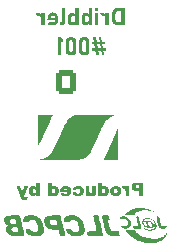
<source format=gbr>
%TF.GenerationSoftware,KiCad,Pcbnew,8.0.1*%
%TF.CreationDate,2024-07-18T22:05:32+09:00*%
%TF.ProjectId,Dribbler-20240708,44726962-626c-4657-922d-323032343037,rev?*%
%TF.SameCoordinates,Original*%
%TF.FileFunction,Legend,Bot*%
%TF.FilePolarity,Positive*%
%FSLAX46Y46*%
G04 Gerber Fmt 4.6, Leading zero omitted, Abs format (unit mm)*
G04 Created by KiCad (PCBNEW 8.0.1) date 2024-07-18 22:05:32*
%MOMM*%
%LPD*%
G01*
G04 APERTURE LIST*
G04 Aperture macros list*
%AMRoundRect*
0 Rectangle with rounded corners*
0 $1 Rounding radius*
0 $2 $3 $4 $5 $6 $7 $8 $9 X,Y pos of 4 corners*
0 Add a 4 corners polygon primitive as box body*
4,1,4,$2,$3,$4,$5,$6,$7,$8,$9,$2,$3,0*
0 Add four circle primitives for the rounded corners*
1,1,$1+$1,$2,$3*
1,1,$1+$1,$4,$5*
1,1,$1+$1,$6,$7*
1,1,$1+$1,$8,$9*
0 Add four rect primitives between the rounded corners*
20,1,$1+$1,$2,$3,$4,$5,0*
20,1,$1+$1,$4,$5,$6,$7,0*
20,1,$1+$1,$6,$7,$8,$9,0*
20,1,$1+$1,$8,$9,$2,$3,0*%
G04 Aperture macros list end*
%ADD10C,0.300000*%
%ADD11C,0.000000*%
%ADD12RoundRect,0.250000X-0.600000X-0.750000X0.600000X-0.750000X0.600000X0.750000X-0.600000X0.750000X0*%
%ADD13O,1.700000X2.000000*%
%ADD14R,1.700000X1.700000*%
%ADD15C,1.700000*%
%ADD16RoundRect,0.250000X0.725000X-0.600000X0.725000X0.600000X-0.725000X0.600000X-0.725000X-0.600000X0*%
%ADD17O,1.950000X1.700000*%
%ADD18RoundRect,0.250000X0.600000X0.750000X-0.600000X0.750000X-0.600000X-0.750000X0.600000X-0.750000X0*%
G04 APERTURE END LIST*
D10*
G36*
X118550069Y-98362500D02*
G01*
X118550069Y-98091756D01*
X118192131Y-98091756D01*
X118111695Y-98085209D01*
X118037349Y-98062883D01*
X117977808Y-98024712D01*
X117931594Y-97966631D01*
X117906710Y-97893507D01*
X117901970Y-97836400D01*
X117901970Y-97397496D01*
X117910932Y-97320158D01*
X117941148Y-97250701D01*
X117977808Y-97208818D01*
X118043496Y-97168186D01*
X118119188Y-97147414D01*
X118192131Y-97142140D01*
X118550069Y-97142140D01*
X118550069Y-96871397D01*
X118198359Y-96871397D01*
X118113668Y-96874823D01*
X118035220Y-96885100D01*
X117963015Y-96902228D01*
X117884610Y-96931827D01*
X117815195Y-96971291D01*
X117764217Y-97011714D01*
X117712049Y-97068215D01*
X117670674Y-97132752D01*
X117640093Y-97205327D01*
X117620305Y-97285938D01*
X117612060Y-97359254D01*
X117610711Y-97405922D01*
X117610711Y-97828340D01*
X117614809Y-97905437D01*
X117627106Y-97977725D01*
X117650737Y-98053302D01*
X117676290Y-98107876D01*
X117718337Y-98171297D01*
X117770700Y-98226372D01*
X117833381Y-98273101D01*
X117872661Y-98295455D01*
X117942133Y-98324787D01*
X118019756Y-98345738D01*
X118094364Y-98357196D01*
X118175212Y-98362238D01*
X118199458Y-98362500D01*
X118550069Y-98362500D01*
G37*
G36*
X118691485Y-98362500D02*
G01*
X118691485Y-96871397D01*
X118410484Y-96871397D01*
X118410484Y-98362500D01*
X118691485Y-98362500D01*
G37*
G36*
X117334472Y-98362500D02*
G01*
X117334472Y-97298211D01*
X117032954Y-97298211D01*
X117032954Y-98362500D01*
X117334472Y-98362500D01*
G37*
G36*
X116735833Y-97594600D02*
G01*
X116785292Y-97564192D01*
X116854535Y-97553567D01*
X116930006Y-97567306D01*
X116986426Y-97608522D01*
X117021322Y-97673826D01*
X117032773Y-97748549D01*
X117032954Y-97760563D01*
X117054570Y-97483592D01*
X117017939Y-97418745D01*
X116970000Y-97361518D01*
X116940630Y-97336313D01*
X116876417Y-97299748D01*
X116801702Y-97283294D01*
X116786025Y-97282824D01*
X116711494Y-97290315D01*
X116665857Y-97304073D01*
X116601010Y-97340160D01*
X116571702Y-97365989D01*
X116735833Y-97594600D01*
G37*
G36*
X116454465Y-97152398D02*
G01*
X116454465Y-96871397D01*
X116173464Y-96871397D01*
X116173464Y-97152398D01*
X116454465Y-97152398D01*
G37*
G36*
X116454465Y-98362500D02*
G01*
X116454465Y-97298211D01*
X116173464Y-97298211D01*
X116173464Y-98362500D01*
X116454465Y-98362500D01*
G37*
G36*
X115385048Y-98377887D02*
G01*
X115461634Y-98368771D01*
X115532951Y-98338771D01*
X115545882Y-98330259D01*
X115601695Y-98276915D01*
X115639843Y-98211439D01*
X115646265Y-98195437D01*
X115631977Y-97952172D01*
X115620797Y-98024765D01*
X115613659Y-98041564D01*
X115561986Y-98096732D01*
X115559804Y-98097984D01*
X115486473Y-98117098D01*
X115474074Y-98117402D01*
X115400127Y-98102616D01*
X115351709Y-98065012D01*
X115317691Y-97997250D01*
X115308154Y-97923278D01*
X115308111Y-97917367D01*
X115308111Y-97748107D01*
X115316456Y-97671431D01*
X115346429Y-97604065D01*
X115351709Y-97597165D01*
X115411704Y-97553617D01*
X115474074Y-97543309D01*
X115548437Y-97557393D01*
X115559804Y-97563093D01*
X115611259Y-97616287D01*
X115613659Y-97620978D01*
X115631333Y-97693424D01*
X115631977Y-97713302D01*
X115653593Y-97477730D01*
X115617409Y-97413690D01*
X115569721Y-97357919D01*
X115540386Y-97333749D01*
X115471403Y-97297196D01*
X115395658Y-97283023D01*
X115385048Y-97282824D01*
X115304219Y-97290403D01*
X115233190Y-97313141D01*
X115164997Y-97356839D01*
X115120533Y-97404091D01*
X115079660Y-97471021D01*
X115053476Y-97539915D01*
X115036233Y-97618452D01*
X115028570Y-97693444D01*
X115027110Y-97747374D01*
X115027110Y-97917367D01*
X115030394Y-97996184D01*
X115042528Y-98079346D01*
X115063603Y-98153042D01*
X115098637Y-98225674D01*
X115120533Y-98257353D01*
X115171961Y-98310087D01*
X115241532Y-98351402D01*
X115313786Y-98372119D01*
X115385048Y-98377887D01*
G37*
G36*
X115912979Y-98362500D02*
G01*
X115912979Y-96871397D01*
X115631977Y-96871397D01*
X115631977Y-98362500D01*
X115912979Y-98362500D01*
G37*
G36*
X114243457Y-98377887D02*
G01*
X114320043Y-98368771D01*
X114391360Y-98338771D01*
X114404291Y-98330259D01*
X114460104Y-98276915D01*
X114498252Y-98211439D01*
X114504674Y-98195437D01*
X114490386Y-97952172D01*
X114479206Y-98024765D01*
X114472068Y-98041564D01*
X114420395Y-98096732D01*
X114418212Y-98097984D01*
X114344882Y-98117098D01*
X114332483Y-98117402D01*
X114258536Y-98102616D01*
X114210118Y-98065012D01*
X114176100Y-97997250D01*
X114166563Y-97923278D01*
X114166520Y-97917367D01*
X114166520Y-97748107D01*
X114174865Y-97671431D01*
X114204838Y-97604065D01*
X114210118Y-97597165D01*
X114270113Y-97553617D01*
X114332483Y-97543309D01*
X114406846Y-97557393D01*
X114418212Y-97563093D01*
X114469668Y-97616287D01*
X114472068Y-97620978D01*
X114489742Y-97693424D01*
X114490386Y-97713302D01*
X114512002Y-97477730D01*
X114475818Y-97413690D01*
X114428130Y-97357919D01*
X114398795Y-97333749D01*
X114329812Y-97297196D01*
X114254067Y-97283023D01*
X114243457Y-97282824D01*
X114162628Y-97290403D01*
X114091599Y-97313141D01*
X114023406Y-97356839D01*
X113978942Y-97404091D01*
X113938069Y-97471021D01*
X113911885Y-97539915D01*
X113894642Y-97618452D01*
X113886979Y-97693444D01*
X113885519Y-97747374D01*
X113885519Y-97917367D01*
X113888803Y-97996184D01*
X113900937Y-98079346D01*
X113922012Y-98153042D01*
X113957046Y-98225674D01*
X113978942Y-98257353D01*
X114030370Y-98310087D01*
X114099941Y-98351402D01*
X114172195Y-98372119D01*
X114243457Y-98377887D01*
G37*
G36*
X114771388Y-98362500D02*
G01*
X114771388Y-96871397D01*
X114490386Y-96871397D01*
X114490386Y-98362500D01*
X114771388Y-98362500D01*
G37*
G36*
X113348795Y-96871397D02*
G01*
X113348795Y-98010790D01*
X113326813Y-98070507D01*
X113263799Y-98091756D01*
X113216538Y-98091756D01*
X113216538Y-98362500D01*
X113360152Y-98362500D01*
X113434678Y-98355308D01*
X113509278Y-98327693D01*
X113559088Y-98288860D01*
X113602176Y-98224855D01*
X113624203Y-98151249D01*
X113629797Y-98080399D01*
X113629797Y-96871397D01*
X113348795Y-96871397D01*
G37*
G36*
X112565508Y-98377887D02*
G01*
X112648692Y-98373508D01*
X112724585Y-98360370D01*
X112803913Y-98333973D01*
X112873319Y-98295655D01*
X112924912Y-98253323D01*
X112974590Y-98193900D01*
X113012066Y-98124625D01*
X113037341Y-98045497D01*
X113049294Y-97969831D01*
X113052406Y-97901247D01*
X113052406Y-97781079D01*
X113048105Y-97695702D01*
X113035199Y-97617898D01*
X113013689Y-97547668D01*
X112977720Y-97475305D01*
X112930041Y-97413250D01*
X112871524Y-97362430D01*
X112803366Y-97324091D01*
X112725566Y-97298236D01*
X112651205Y-97286008D01*
X112583827Y-97282824D01*
X112507942Y-97288285D01*
X112427973Y-97308461D01*
X112357225Y-97343503D01*
X112295698Y-97393412D01*
X112257396Y-97438162D01*
X112218176Y-97500871D01*
X112187071Y-97572492D01*
X112164080Y-97653027D01*
X112151120Y-97726947D01*
X112143794Y-97807057D01*
X112141991Y-97875601D01*
X112141991Y-97945211D01*
X112869957Y-97945211D01*
X112869957Y-97755434D01*
X112398080Y-97755434D01*
X112401377Y-97730887D01*
X112417977Y-97658850D01*
X112456045Y-97592304D01*
X112458896Y-97589105D01*
X112521145Y-97547927D01*
X112583827Y-97538180D01*
X112658784Y-97548157D01*
X112726640Y-97584462D01*
X112741363Y-97598630D01*
X112781334Y-97666330D01*
X112796180Y-97742846D01*
X112797051Y-97769722D01*
X112797051Y-97905277D01*
X112788498Y-97979758D01*
X112756902Y-98049331D01*
X112736234Y-98073438D01*
X112673443Y-98114010D01*
X112598560Y-98131340D01*
X112565508Y-98132789D01*
X112491930Y-98124269D01*
X112453767Y-98113005D01*
X112385253Y-98079301D01*
X112353017Y-98055853D01*
X112169469Y-98218885D01*
X112229069Y-98266997D01*
X112293517Y-98307057D01*
X112356314Y-98336488D01*
X112427646Y-98360058D01*
X112506154Y-98374612D01*
X112565508Y-98377887D01*
G37*
G36*
X111896161Y-98362500D02*
G01*
X111896161Y-97298211D01*
X111594643Y-97298211D01*
X111594643Y-98362500D01*
X111896161Y-98362500D01*
G37*
G36*
X111297522Y-97594600D02*
G01*
X111346981Y-97564192D01*
X111416224Y-97553567D01*
X111491695Y-97567306D01*
X111548115Y-97608522D01*
X111583011Y-97673826D01*
X111594461Y-97748549D01*
X111594643Y-97760563D01*
X111616259Y-97483592D01*
X111579628Y-97418745D01*
X111531689Y-97361518D01*
X111502319Y-97336313D01*
X111438105Y-97299748D01*
X111363391Y-97283294D01*
X111347713Y-97282824D01*
X111273183Y-97290315D01*
X111227546Y-97304073D01*
X111162698Y-97340160D01*
X111133390Y-97365989D01*
X111297522Y-97594600D01*
G37*
G36*
X116478645Y-100882500D02*
G01*
X116224388Y-99391397D01*
X116006035Y-99391397D01*
X116260292Y-100882500D01*
X116478645Y-100882500D01*
G37*
G36*
X116964810Y-100882500D02*
G01*
X116710187Y-99391397D01*
X116491834Y-99391397D01*
X116746091Y-100882500D01*
X116964810Y-100882500D01*
G37*
G36*
X117008774Y-99753365D02*
G01*
X115881838Y-99753365D01*
X115881838Y-99977946D01*
X117008774Y-99977946D01*
X117008774Y-99753365D01*
G37*
G36*
X117069224Y-100295950D02*
G01*
X115942288Y-100295950D01*
X115942288Y-100520532D01*
X117069224Y-100520532D01*
X117069224Y-100295950D01*
G37*
G36*
X115305060Y-99374842D02*
G01*
X115378824Y-99384098D01*
X115455342Y-99404925D01*
X115521587Y-99436551D01*
X115584716Y-99485919D01*
X115598380Y-99500356D01*
X115644222Y-99564744D01*
X115675958Y-99639758D01*
X115692157Y-99714109D01*
X115697556Y-99796596D01*
X115697556Y-100474370D01*
X115697120Y-100498418D01*
X115688717Y-100577629D01*
X115669621Y-100649125D01*
X115634702Y-100721391D01*
X115585815Y-100783581D01*
X115556151Y-100810372D01*
X115486450Y-100853236D01*
X115414117Y-100879022D01*
X115331195Y-100893868D01*
X115251691Y-100897887D01*
X115198236Y-100896124D01*
X115124365Y-100886867D01*
X115047754Y-100866040D01*
X114981452Y-100834414D01*
X114918299Y-100785047D01*
X114904635Y-100770610D01*
X114858794Y-100706221D01*
X114827058Y-100631208D01*
X114810859Y-100556856D01*
X114805459Y-100474370D01*
X114805459Y-100402562D01*
X115086461Y-100402562D01*
X115086799Y-100421816D01*
X115096078Y-100496168D01*
X115124929Y-100567426D01*
X115175762Y-100612214D01*
X115251325Y-100627144D01*
X115318614Y-100615713D01*
X115377720Y-100567426D01*
X115386822Y-100551707D01*
X115410146Y-100480320D01*
X115416555Y-100402562D01*
X115416555Y-99868403D01*
X115416214Y-99849025D01*
X115406846Y-99774431D01*
X115377720Y-99703539D01*
X115326704Y-99658751D01*
X115251325Y-99643822D01*
X115184105Y-99655252D01*
X115125295Y-99703539D01*
X115116193Y-99719098D01*
X115092870Y-99790292D01*
X115086461Y-99868403D01*
X115086461Y-100402562D01*
X114805459Y-100402562D01*
X114805459Y-99796596D01*
X114805899Y-99772068D01*
X114814356Y-99691563D01*
X114833578Y-99619367D01*
X114868726Y-99547033D01*
X114917933Y-99485553D01*
X114947672Y-99459191D01*
X115017418Y-99417014D01*
X115089679Y-99391641D01*
X115172423Y-99377033D01*
X115251691Y-99373079D01*
X115305060Y-99374842D01*
G37*
G36*
X114188382Y-99374842D02*
G01*
X114262145Y-99384098D01*
X114338664Y-99404925D01*
X114404909Y-99436551D01*
X114468038Y-99485919D01*
X114481702Y-99500356D01*
X114527543Y-99564744D01*
X114559280Y-99639758D01*
X114575478Y-99714109D01*
X114580878Y-99796596D01*
X114580878Y-100474370D01*
X114580441Y-100498418D01*
X114572039Y-100577629D01*
X114552943Y-100649125D01*
X114518024Y-100721391D01*
X114469137Y-100783581D01*
X114439473Y-100810372D01*
X114369772Y-100853236D01*
X114297439Y-100879022D01*
X114214517Y-100893868D01*
X114135013Y-100897887D01*
X114081558Y-100896124D01*
X114007687Y-100886867D01*
X113931076Y-100866040D01*
X113864773Y-100834414D01*
X113801621Y-100785047D01*
X113787957Y-100770610D01*
X113742116Y-100706221D01*
X113710379Y-100631208D01*
X113694181Y-100556856D01*
X113688781Y-100474370D01*
X113688781Y-100402562D01*
X113969782Y-100402562D01*
X113970120Y-100421816D01*
X113979399Y-100496168D01*
X114008251Y-100567426D01*
X114059084Y-100612214D01*
X114134646Y-100627144D01*
X114201936Y-100615713D01*
X114261042Y-100567426D01*
X114270144Y-100551707D01*
X114293467Y-100480320D01*
X114299877Y-100402562D01*
X114299877Y-99868403D01*
X114299535Y-99849025D01*
X114290168Y-99774431D01*
X114261042Y-99703539D01*
X114210026Y-99658751D01*
X114134646Y-99643822D01*
X114067427Y-99655252D01*
X114008617Y-99703539D01*
X113999515Y-99719098D01*
X113976192Y-99790292D01*
X113969782Y-99868403D01*
X113969782Y-100402562D01*
X113688781Y-100402562D01*
X113688781Y-99796596D01*
X113689220Y-99772068D01*
X113697678Y-99691563D01*
X113716899Y-99619367D01*
X113752048Y-99547033D01*
X113801255Y-99485553D01*
X113830993Y-99459191D01*
X113900740Y-99417014D01*
X113973001Y-99391641D01*
X114055745Y-99377033D01*
X114135013Y-99373079D01*
X114188382Y-99374842D01*
G37*
G36*
X113022364Y-99391397D02*
G01*
X113022364Y-100882500D01*
X113303366Y-100882500D01*
X113303366Y-99721857D01*
X113484716Y-99790368D01*
X113484716Y-99492147D01*
X113262333Y-99391397D01*
X113022364Y-99391397D01*
G37*
D11*
G36*
X110495435Y-112033867D02*
G01*
X110438815Y-112169862D01*
X110321870Y-112448733D01*
X110162062Y-112828675D01*
X110188520Y-112874183D01*
X110192082Y-112879964D01*
X110195634Y-112885407D01*
X110199193Y-112890522D01*
X110202774Y-112895317D01*
X110206392Y-112899802D01*
X110210062Y-112903986D01*
X110213801Y-112907879D01*
X110217624Y-112911489D01*
X110221545Y-112914827D01*
X110225582Y-112917901D01*
X110229749Y-112920721D01*
X110234061Y-112923296D01*
X110238535Y-112925636D01*
X110243185Y-112927749D01*
X110248028Y-112929645D01*
X110253078Y-112931333D01*
X110261228Y-112933529D01*
X110270848Y-112935360D01*
X110281725Y-112936831D01*
X110293642Y-112937948D01*
X110306383Y-112938718D01*
X110319734Y-112939147D01*
X110333479Y-112939241D01*
X110347402Y-112939006D01*
X110361287Y-112938449D01*
X110374920Y-112937576D01*
X110388085Y-112936392D01*
X110400566Y-112934905D01*
X110412148Y-112933120D01*
X110422616Y-112931044D01*
X110431753Y-112928682D01*
X110439345Y-112926041D01*
X110442175Y-112924978D01*
X110443482Y-112924547D01*
X110444721Y-112924185D01*
X110445892Y-112923897D01*
X110446997Y-112923683D01*
X110448039Y-112923549D01*
X110449018Y-112923495D01*
X110449937Y-112923525D01*
X110450797Y-112923641D01*
X110451600Y-112923847D01*
X110452348Y-112924144D01*
X110453043Y-112924536D01*
X110453685Y-112925025D01*
X110454278Y-112925614D01*
X110454822Y-112926306D01*
X110455320Y-112927103D01*
X110455773Y-112928009D01*
X110456184Y-112929025D01*
X110456552Y-112930155D01*
X110456882Y-112931401D01*
X110457173Y-112932766D01*
X110457429Y-112934253D01*
X110457650Y-112935864D01*
X110457839Y-112937602D01*
X110457996Y-112939471D01*
X110458227Y-112943607D01*
X110458355Y-112948296D01*
X110458394Y-112953558D01*
X110457305Y-112974322D01*
X110455037Y-113000803D01*
X110451901Y-113030484D01*
X110448208Y-113060847D01*
X110444266Y-113089374D01*
X110440386Y-113113548D01*
X110436878Y-113130852D01*
X110435361Y-113136140D01*
X110434053Y-113138767D01*
X110432332Y-113139947D01*
X110429589Y-113141107D01*
X110421264Y-113143349D01*
X110409531Y-113145471D01*
X110394845Y-113147448D01*
X110358430Y-113150877D01*
X110315652Y-113153451D01*
X110270146Y-113154982D01*
X110225545Y-113155286D01*
X110204719Y-113154920D01*
X110185483Y-113154176D01*
X110168290Y-113153033D01*
X110153594Y-113151466D01*
X110131119Y-113148393D01*
X110110066Y-113144693D01*
X110090347Y-113140307D01*
X110071871Y-113135178D01*
X110054549Y-113129249D01*
X110038290Y-113122464D01*
X110023005Y-113114763D01*
X110008603Y-113106090D01*
X109994995Y-113096388D01*
X109982091Y-113085600D01*
X109969801Y-113073667D01*
X109958035Y-113060533D01*
X109946703Y-113046139D01*
X109935715Y-113030430D01*
X109924981Y-113013347D01*
X109914412Y-112994833D01*
X109847058Y-112826046D01*
X109718487Y-112490670D01*
X109593687Y-112159461D01*
X109537645Y-112003175D01*
X109537848Y-112002983D01*
X109538450Y-112002803D01*
X109540813Y-112002478D01*
X109549898Y-112001968D01*
X109564266Y-112001631D01*
X109583285Y-112001455D01*
X109632746Y-112001538D01*
X109693219Y-112002117D01*
X109848795Y-112005292D01*
X109922878Y-112261408D01*
X109952577Y-112361189D01*
X109977911Y-112443706D01*
X109996101Y-112500426D01*
X110001649Y-112516446D01*
X110004369Y-112522816D01*
X110004716Y-112522945D01*
X110005160Y-112522740D01*
X110005697Y-112522209D01*
X110006325Y-112521359D01*
X110007844Y-112518735D01*
X110009695Y-112514929D01*
X110011855Y-112509999D01*
X110014304Y-112504008D01*
X110019980Y-112489082D01*
X110026549Y-112470634D01*
X110033838Y-112449147D01*
X110041672Y-112425105D01*
X110049878Y-112398991D01*
X110132428Y-112134408D01*
X110174761Y-112000000D01*
X110510252Y-112000000D01*
X110495435Y-112033867D01*
G37*
G36*
X115686561Y-112229658D02*
G01*
X115687470Y-112322262D01*
X115689868Y-112403754D01*
X115691470Y-112437604D01*
X115693258Y-112465402D01*
X115695170Y-112486056D01*
X115697144Y-112498475D01*
X115700589Y-112509474D01*
X115704568Y-112519842D01*
X115709068Y-112529568D01*
X115711510Y-112534187D01*
X115714077Y-112538642D01*
X115716768Y-112542931D01*
X115719581Y-112547052D01*
X115722516Y-112551005D01*
X115725570Y-112554788D01*
X115728741Y-112558399D01*
X115732029Y-112561838D01*
X115735432Y-112565103D01*
X115738948Y-112568193D01*
X115742575Y-112571105D01*
X115746313Y-112573840D01*
X115750159Y-112576395D01*
X115754112Y-112578770D01*
X115758170Y-112580962D01*
X115762332Y-112582971D01*
X115766597Y-112584795D01*
X115770962Y-112586432D01*
X115775427Y-112587882D01*
X115779989Y-112589144D01*
X115784648Y-112590214D01*
X115789400Y-112591094D01*
X115794246Y-112591780D01*
X115799184Y-112592272D01*
X115804211Y-112592568D01*
X115809327Y-112592667D01*
X115828178Y-112592469D01*
X115836738Y-112592139D01*
X115844746Y-112591581D01*
X115852219Y-112590741D01*
X115859177Y-112589562D01*
X115865638Y-112587990D01*
X115871620Y-112585969D01*
X115877141Y-112583445D01*
X115882220Y-112580361D01*
X115886876Y-112576663D01*
X115891127Y-112572296D01*
X115894990Y-112567203D01*
X115898486Y-112561331D01*
X115901631Y-112554624D01*
X115904445Y-112547026D01*
X115906945Y-112538482D01*
X115909151Y-112528938D01*
X115911081Y-112518337D01*
X115912752Y-112506625D01*
X115914184Y-112493747D01*
X115915395Y-112479646D01*
X115916404Y-112464269D01*
X115917228Y-112447559D01*
X115918396Y-112409922D01*
X115919049Y-112366293D01*
X115919332Y-112316230D01*
X115919394Y-112259292D01*
X115919394Y-112000000D01*
X116236894Y-112000000D01*
X116236894Y-112304800D01*
X116236497Y-112420594D01*
X116234909Y-112511820D01*
X116231536Y-112582383D01*
X116228993Y-112611137D01*
X116225781Y-112636190D01*
X116221825Y-112658032D01*
X116217050Y-112677149D01*
X116211382Y-112694031D01*
X116204747Y-112709166D01*
X116197070Y-112723042D01*
X116188276Y-112736147D01*
X116178293Y-112748970D01*
X116167044Y-112762000D01*
X116157515Y-112771960D01*
X116147566Y-112781209D01*
X116137173Y-112789754D01*
X116126314Y-112797603D01*
X116114965Y-112804763D01*
X116103103Y-112811243D01*
X116090705Y-112817050D01*
X116077747Y-112822193D01*
X116064206Y-112826677D01*
X116050059Y-112830512D01*
X116035282Y-112833706D01*
X116019853Y-112836265D01*
X116003748Y-112838198D01*
X115986943Y-112839512D01*
X115969416Y-112840216D01*
X115951144Y-112840316D01*
X115933064Y-112839990D01*
X115915696Y-112838998D01*
X115898982Y-112837317D01*
X115882865Y-112834926D01*
X115867287Y-112831803D01*
X115852192Y-112827927D01*
X115837521Y-112823275D01*
X115823218Y-112817827D01*
X115809225Y-112811560D01*
X115795484Y-112804453D01*
X115781939Y-112796484D01*
X115768532Y-112787631D01*
X115755205Y-112777873D01*
X115741902Y-112767188D01*
X115728564Y-112755554D01*
X115715136Y-112742950D01*
X115665394Y-112694266D01*
X115665394Y-112825500D01*
X115369060Y-112825500D01*
X115369060Y-112000000D01*
X115686561Y-112000000D01*
X115686561Y-112229658D01*
G37*
G36*
X114153199Y-112339904D02*
G01*
X114157666Y-112377428D01*
X114159243Y-112415311D01*
X114157907Y-112453258D01*
X114153636Y-112490972D01*
X114146404Y-112528158D01*
X114141671Y-112546460D01*
X114136190Y-112564519D01*
X114129957Y-112582297D01*
X114122970Y-112599759D01*
X114115225Y-112616866D01*
X114106721Y-112633582D01*
X114097453Y-112649869D01*
X114087419Y-112665691D01*
X114073611Y-112685395D01*
X114059507Y-112703663D01*
X114045010Y-112720549D01*
X114037583Y-112728489D01*
X114030021Y-112736104D01*
X114022311Y-112743399D01*
X114014443Y-112750381D01*
X114006402Y-112757058D01*
X113998178Y-112763434D01*
X113989757Y-112769518D01*
X113981128Y-112775315D01*
X113972279Y-112780833D01*
X113963197Y-112786077D01*
X113953870Y-112791054D01*
X113944286Y-112795772D01*
X113934432Y-112800236D01*
X113924297Y-112804453D01*
X113913868Y-112808430D01*
X113903133Y-112812173D01*
X113880697Y-112818984D01*
X113856890Y-112824940D01*
X113831614Y-112830093D01*
X113804773Y-112834495D01*
X113776269Y-112838200D01*
X113744388Y-112841180D01*
X113712711Y-112842989D01*
X113681344Y-112843648D01*
X113650393Y-112843177D01*
X113619963Y-112841596D01*
X113590159Y-112838925D01*
X113561087Y-112835185D01*
X113532852Y-112830395D01*
X113505560Y-112824575D01*
X113479315Y-112817746D01*
X113454224Y-112809928D01*
X113430392Y-112801142D01*
X113407924Y-112791406D01*
X113386926Y-112780742D01*
X113367503Y-112769169D01*
X113349760Y-112756708D01*
X113339640Y-112748454D01*
X113329222Y-112739289D01*
X113318655Y-112729396D01*
X113308089Y-112718955D01*
X113297671Y-112708149D01*
X113287550Y-112697158D01*
X113277876Y-112686164D01*
X113268798Y-112675349D01*
X113260464Y-112664893D01*
X113253022Y-112654978D01*
X113246623Y-112645786D01*
X113241414Y-112637497D01*
X113237544Y-112630293D01*
X113235163Y-112624357D01*
X113234577Y-112621920D01*
X113234419Y-112619868D01*
X113234707Y-112618223D01*
X113235460Y-112617008D01*
X113236045Y-112616596D01*
X113236998Y-112616155D01*
X113239969Y-112615189D01*
X113244295Y-112614125D01*
X113249897Y-112612973D01*
X113264612Y-112610460D01*
X113283483Y-112607748D01*
X113305875Y-112604937D01*
X113331157Y-112602125D01*
X113358697Y-112599413D01*
X113387861Y-112596900D01*
X113531794Y-112584200D01*
X113566719Y-112613833D01*
X113574684Y-112620488D01*
X113582885Y-112626564D01*
X113591298Y-112632068D01*
X113599900Y-112637003D01*
X113608666Y-112641374D01*
X113617572Y-112645187D01*
X113626594Y-112648446D01*
X113635709Y-112651156D01*
X113644892Y-112653322D01*
X113654119Y-112654948D01*
X113663367Y-112656040D01*
X113672610Y-112656603D01*
X113681826Y-112656640D01*
X113690989Y-112656158D01*
X113700077Y-112655161D01*
X113709065Y-112653653D01*
X113717928Y-112651640D01*
X113726644Y-112649126D01*
X113735187Y-112646117D01*
X113743535Y-112642617D01*
X113751662Y-112638631D01*
X113759545Y-112634163D01*
X113767160Y-112629220D01*
X113774483Y-112623805D01*
X113781489Y-112617923D01*
X113788155Y-112611579D01*
X113794457Y-112604779D01*
X113800371Y-112597526D01*
X113805872Y-112589826D01*
X113810936Y-112581684D01*
X113815541Y-112573104D01*
X113819660Y-112564092D01*
X113829843Y-112540868D01*
X113831707Y-112536054D01*
X113833171Y-112531607D01*
X113834171Y-112527514D01*
X113834643Y-112523759D01*
X113834660Y-112522004D01*
X113834522Y-112520328D01*
X113834219Y-112518730D01*
X113833745Y-112517207D01*
X113833090Y-112515758D01*
X113832248Y-112514380D01*
X113831209Y-112513073D01*
X113829967Y-112511834D01*
X113828512Y-112510662D01*
X113826838Y-112509554D01*
X113824935Y-112508509D01*
X113822797Y-112507525D01*
X113817780Y-112505733D01*
X113811723Y-112504163D01*
X113804562Y-112502801D01*
X113796234Y-112501632D01*
X113786674Y-112500642D01*
X113775818Y-112499816D01*
X113763603Y-112499140D01*
X113749964Y-112498599D01*
X113734838Y-112498178D01*
X113718160Y-112497863D01*
X113679894Y-112497493D01*
X113634655Y-112497373D01*
X113521210Y-112497416D01*
X113206886Y-112497416D01*
X113213235Y-112398991D01*
X113217529Y-112352965D01*
X113219823Y-112338667D01*
X113527560Y-112338667D01*
X113837652Y-112338667D01*
X113831303Y-112301625D01*
X113829398Y-112292480D01*
X113826881Y-112283338D01*
X113823784Y-112274247D01*
X113820140Y-112265261D01*
X113815982Y-112256430D01*
X113811341Y-112247805D01*
X113806250Y-112239437D01*
X113800743Y-112231378D01*
X113794851Y-112223678D01*
X113788607Y-112216390D01*
X113782044Y-112209563D01*
X113775194Y-112203249D01*
X113768090Y-112197500D01*
X113760764Y-112192366D01*
X113753249Y-112187899D01*
X113745577Y-112184150D01*
X113737669Y-112180874D01*
X113729092Y-112178182D01*
X113719948Y-112176064D01*
X113710338Y-112174509D01*
X113700361Y-112173506D01*
X113690120Y-112173043D01*
X113679714Y-112173111D01*
X113669245Y-112173699D01*
X113658813Y-112174795D01*
X113648518Y-112176388D01*
X113638463Y-112178468D01*
X113628747Y-112181024D01*
X113619471Y-112184046D01*
X113610737Y-112187521D01*
X113602644Y-112191440D01*
X113595294Y-112195792D01*
X113592829Y-112197444D01*
X113590395Y-112199226D01*
X113587994Y-112201137D01*
X113585624Y-112203175D01*
X113583287Y-112205341D01*
X113580983Y-112207633D01*
X113576475Y-112212593D01*
X113572104Y-112218049D01*
X113567872Y-112223994D01*
X113563783Y-112230424D01*
X113559840Y-112237331D01*
X113556045Y-112244709D01*
X113552402Y-112252553D01*
X113548915Y-112260855D01*
X113545585Y-112269610D01*
X113542417Y-112278812D01*
X113539413Y-112288454D01*
X113536576Y-112298529D01*
X113533910Y-112309033D01*
X113527560Y-112338667D01*
X113219823Y-112338667D01*
X113224466Y-112309730D01*
X113228930Y-112289156D01*
X113234060Y-112269276D01*
X113239857Y-112250089D01*
X113246325Y-112231593D01*
X113253463Y-112213787D01*
X113261275Y-112196669D01*
X113269761Y-112180239D01*
X113278924Y-112164494D01*
X113288766Y-112149434D01*
X113299287Y-112135057D01*
X113310490Y-112121362D01*
X113322376Y-112108347D01*
X113334948Y-112096011D01*
X113348206Y-112084353D01*
X113362154Y-112073371D01*
X113376791Y-112063064D01*
X113392121Y-112053430D01*
X113408145Y-112044469D01*
X113424865Y-112036179D01*
X113442282Y-112028558D01*
X113460398Y-112021606D01*
X113479215Y-112015320D01*
X113498735Y-112009700D01*
X113518960Y-112004744D01*
X113539890Y-112000450D01*
X113561528Y-111996818D01*
X113606936Y-111991533D01*
X113624807Y-111990047D01*
X113643150Y-111988772D01*
X113679167Y-111986903D01*
X113695798Y-111986335D01*
X113710818Y-111986027D01*
X113723704Y-111985991D01*
X113733936Y-111986242D01*
X113757847Y-111988226D01*
X113781160Y-111991002D01*
X113803871Y-111994569D01*
X113825978Y-111998925D01*
X113847477Y-112004069D01*
X113868365Y-112009998D01*
X113888639Y-112016712D01*
X113908296Y-112024209D01*
X113927333Y-112032488D01*
X113945747Y-112041546D01*
X113963535Y-112051382D01*
X113980693Y-112061995D01*
X113997218Y-112073383D01*
X114013108Y-112085545D01*
X114028359Y-112098479D01*
X114042969Y-112112183D01*
X114055330Y-112125218D01*
X114067013Y-112138898D01*
X114078014Y-112153186D01*
X114088330Y-112168045D01*
X114097959Y-112183439D01*
X114106898Y-112199329D01*
X114115143Y-112215679D01*
X114122691Y-112232453D01*
X114129541Y-112249612D01*
X114135688Y-112267121D01*
X114145865Y-112303037D01*
X114152952Y-112338667D01*
X114153199Y-112339904D01*
G37*
G36*
X114752352Y-111987062D02*
G01*
X114789133Y-111988630D01*
X114827194Y-111991533D01*
X114856126Y-111994785D01*
X114884523Y-111999739D01*
X114912298Y-112006337D01*
X114939360Y-112014519D01*
X114965623Y-112024226D01*
X114990998Y-112035400D01*
X115015395Y-112047982D01*
X115038728Y-112061912D01*
X115060907Y-112077133D01*
X115081845Y-112093584D01*
X115101452Y-112111207D01*
X115119641Y-112129943D01*
X115136323Y-112149734D01*
X115151410Y-112170520D01*
X115164813Y-112192242D01*
X115176444Y-112214842D01*
X115186093Y-112237475D01*
X115194407Y-112261567D01*
X115201387Y-112286891D01*
X115207036Y-112313217D01*
X115211359Y-112340318D01*
X115214358Y-112367967D01*
X115216036Y-112395935D01*
X115216396Y-112423995D01*
X115215441Y-112451918D01*
X115213175Y-112479477D01*
X115209601Y-112506443D01*
X115204721Y-112532590D01*
X115198539Y-112557688D01*
X115191058Y-112581511D01*
X115182280Y-112603829D01*
X115172210Y-112624416D01*
X115165543Y-112636240D01*
X115158635Y-112647700D01*
X115151481Y-112658800D01*
X115144075Y-112669544D01*
X115136413Y-112679935D01*
X115128490Y-112689975D01*
X115120299Y-112699668D01*
X115111836Y-112709017D01*
X115103095Y-112718025D01*
X115094072Y-112726694D01*
X115084760Y-112735029D01*
X115075156Y-112743033D01*
X115065253Y-112750707D01*
X115055046Y-112758056D01*
X115044530Y-112765082D01*
X115033701Y-112771789D01*
X115022552Y-112778180D01*
X115011078Y-112784258D01*
X114999275Y-112790026D01*
X114987136Y-112795486D01*
X114974657Y-112800643D01*
X114961833Y-112805499D01*
X114948658Y-112810057D01*
X114935127Y-112814321D01*
X114906976Y-112821978D01*
X114877338Y-112828493D01*
X114846172Y-112833892D01*
X114813435Y-112838200D01*
X114766731Y-112842157D01*
X114721881Y-112843717D01*
X114678904Y-112842886D01*
X114637818Y-112839672D01*
X114598642Y-112834082D01*
X114561395Y-112826126D01*
X114526095Y-112815810D01*
X114492760Y-112803142D01*
X114461410Y-112788131D01*
X114432063Y-112770783D01*
X114404738Y-112751106D01*
X114379453Y-112729109D01*
X114356226Y-112704798D01*
X114335077Y-112678183D01*
X114316024Y-112649270D01*
X114299085Y-112618067D01*
X114292609Y-112604678D01*
X114286766Y-112591724D01*
X114281691Y-112579539D01*
X114277522Y-112568457D01*
X114274395Y-112558814D01*
X114273264Y-112554637D01*
X114272445Y-112550945D01*
X114271955Y-112547780D01*
X114271811Y-112545184D01*
X114272029Y-112543199D01*
X114272279Y-112542449D01*
X114272627Y-112541866D01*
X114273106Y-112541355D01*
X114273942Y-112540814D01*
X114276646Y-112539651D01*
X114280664Y-112538388D01*
X114285923Y-112537038D01*
X114292347Y-112535614D01*
X114299863Y-112534127D01*
X114317871Y-112531019D01*
X114339352Y-112527811D01*
X114363710Y-112524602D01*
X114390350Y-112521494D01*
X114418677Y-112518583D01*
X114463032Y-112514428D01*
X114497093Y-112511539D01*
X114522373Y-112509988D01*
X114532193Y-112509739D01*
X114540386Y-112509852D01*
X114547139Y-112510337D01*
X114552643Y-112511204D01*
X114557087Y-112512461D01*
X114560659Y-112514118D01*
X114563549Y-112516185D01*
X114565947Y-112518670D01*
X114568040Y-112521583D01*
X114570019Y-112524933D01*
X114571205Y-112527098D01*
X114572760Y-112529605D01*
X114574656Y-112532421D01*
X114576865Y-112535516D01*
X114582111Y-112542420D01*
X114588275Y-112550069D01*
X114595134Y-112558213D01*
X114602463Y-112566605D01*
X114610041Y-112574997D01*
X114617644Y-112583141D01*
X114624641Y-112590019D01*
X114631926Y-112596366D01*
X114639476Y-112602186D01*
X114647269Y-112607481D01*
X114655282Y-112612255D01*
X114663492Y-112616509D01*
X114671878Y-112620248D01*
X114680416Y-112623474D01*
X114689085Y-112626190D01*
X114697861Y-112628398D01*
X114706723Y-112630103D01*
X114715647Y-112631306D01*
X114724612Y-112632011D01*
X114733594Y-112632220D01*
X114742572Y-112631936D01*
X114751523Y-112631163D01*
X114760424Y-112629903D01*
X114769253Y-112628160D01*
X114777988Y-112625935D01*
X114786605Y-112623232D01*
X114795083Y-112620054D01*
X114803399Y-112616404D01*
X114811530Y-112612284D01*
X114819455Y-112607698D01*
X114827150Y-112602649D01*
X114834593Y-112597138D01*
X114841762Y-112591170D01*
X114848633Y-112584748D01*
X114855186Y-112577873D01*
X114861396Y-112570549D01*
X114867243Y-112562779D01*
X114872702Y-112554566D01*
X114876476Y-112548174D01*
X114879871Y-112542026D01*
X114882906Y-112536016D01*
X114885601Y-112530043D01*
X114887972Y-112524001D01*
X114890041Y-112517787D01*
X114891823Y-112511298D01*
X114893340Y-112504428D01*
X114894608Y-112497075D01*
X114895646Y-112489134D01*
X114896474Y-112480502D01*
X114897110Y-112471074D01*
X114897572Y-112460747D01*
X114897879Y-112449417D01*
X114898049Y-112436981D01*
X114898102Y-112423333D01*
X114897529Y-112397060D01*
X114895797Y-112372595D01*
X114892891Y-112349910D01*
X114888792Y-112328976D01*
X114883484Y-112309766D01*
X114880371Y-112300799D01*
X114876950Y-112292253D01*
X114873217Y-112284123D01*
X114869172Y-112276407D01*
X114864812Y-112269101D01*
X114860134Y-112262202D01*
X114855137Y-112255706D01*
X114849819Y-112249609D01*
X114844177Y-112243908D01*
X114838209Y-112238600D01*
X114831913Y-112233681D01*
X114825287Y-112229148D01*
X114818330Y-112224997D01*
X114811037Y-112221225D01*
X114803409Y-112217827D01*
X114795442Y-112214802D01*
X114787134Y-112212144D01*
X114778483Y-112209852D01*
X114760145Y-112206346D01*
X114740410Y-112204258D01*
X114727876Y-112203624D01*
X114715690Y-112203698D01*
X114703880Y-112204470D01*
X114692471Y-112205928D01*
X114681490Y-112208063D01*
X114670963Y-112210862D01*
X114660917Y-112214316D01*
X114651378Y-112218413D01*
X114642372Y-112223143D01*
X114633926Y-112228494D01*
X114626066Y-112234457D01*
X114618818Y-112241019D01*
X114612209Y-112248170D01*
X114606265Y-112255900D01*
X114601012Y-112264196D01*
X114596477Y-112273050D01*
X114593977Y-112278313D01*
X114591609Y-112283005D01*
X114589331Y-112287151D01*
X114587101Y-112290777D01*
X114585991Y-112292402D01*
X114584877Y-112293906D01*
X114583754Y-112295293D01*
X114582618Y-112296565D01*
X114581461Y-112297725D01*
X114580280Y-112298776D01*
X114579070Y-112299723D01*
X114577824Y-112300567D01*
X114576538Y-112301311D01*
X114575206Y-112301960D01*
X114573824Y-112302515D01*
X114572386Y-112302981D01*
X114570886Y-112303360D01*
X114569320Y-112303655D01*
X114567682Y-112303869D01*
X114565967Y-112304006D01*
X114564171Y-112304069D01*
X114562286Y-112304060D01*
X114558235Y-112303841D01*
X114553770Y-112303374D01*
X114548852Y-112302683D01*
X114527603Y-112299425D01*
X114493951Y-112294878D01*
X114452560Y-112289735D01*
X114408094Y-112284692D01*
X114384124Y-112281471D01*
X114362387Y-112278176D01*
X114343130Y-112274832D01*
X114326602Y-112271462D01*
X114313050Y-112268093D01*
X114307468Y-112266416D01*
X114302723Y-112264749D01*
X114298847Y-112263093D01*
X114295869Y-112261454D01*
X114293821Y-112259833D01*
X114292735Y-112258233D01*
X114292209Y-112256144D01*
X114292012Y-112253661D01*
X114292132Y-112250805D01*
X114292557Y-112247598D01*
X114294275Y-112240218D01*
X114297068Y-112231692D01*
X114300841Y-112222193D01*
X114305497Y-112211892D01*
X114310941Y-112200961D01*
X114317077Y-112189574D01*
X114323808Y-112177901D01*
X114331038Y-112166115D01*
X114338671Y-112154388D01*
X114346611Y-112142891D01*
X114354762Y-112131798D01*
X114363028Y-112121280D01*
X114371312Y-112111510D01*
X114379519Y-112102658D01*
X114388039Y-112094184D01*
X114396929Y-112086027D01*
X114415814Y-112070666D01*
X114436160Y-112056580D01*
X114457951Y-112043772D01*
X114481175Y-112032248D01*
X114505818Y-112022012D01*
X114531865Y-112013069D01*
X114559303Y-112005424D01*
X114588117Y-111999081D01*
X114618295Y-111994045D01*
X114649821Y-111990320D01*
X114682681Y-111987912D01*
X114716863Y-111986824D01*
X114752352Y-111987062D01*
G37*
G36*
X118392391Y-112437271D02*
G01*
X118391180Y-112456478D01*
X118389124Y-112475464D01*
X118386236Y-112494208D01*
X118382530Y-112512689D01*
X118378019Y-112530885D01*
X118372715Y-112548774D01*
X118366632Y-112566336D01*
X118359784Y-112583550D01*
X118352182Y-112600393D01*
X118343842Y-112616844D01*
X118334775Y-112632883D01*
X118324995Y-112648488D01*
X118314514Y-112663637D01*
X118303348Y-112678310D01*
X118291507Y-112692485D01*
X118279006Y-112706140D01*
X118265858Y-112719255D01*
X118252076Y-112731807D01*
X118237673Y-112743777D01*
X118222662Y-112755141D01*
X118207056Y-112765880D01*
X118190870Y-112775972D01*
X118174115Y-112785395D01*
X118156805Y-112794128D01*
X118138953Y-112802150D01*
X118120573Y-112809439D01*
X118101677Y-112815975D01*
X118073575Y-112823904D01*
X118044198Y-112830248D01*
X118013782Y-112835032D01*
X117982565Y-112838283D01*
X117950783Y-112840026D01*
X117918674Y-112840290D01*
X117886475Y-112839099D01*
X117854424Y-112836480D01*
X117822757Y-112832460D01*
X117791711Y-112827065D01*
X117761525Y-112820321D01*
X117732434Y-112812254D01*
X117704677Y-112802892D01*
X117678490Y-112792260D01*
X117654111Y-112780384D01*
X117631777Y-112767292D01*
X117612923Y-112754013D01*
X117595064Y-112739623D01*
X117578206Y-112724186D01*
X117562357Y-112707769D01*
X117547525Y-112690436D01*
X117533718Y-112672255D01*
X117520943Y-112653292D01*
X117509209Y-112633611D01*
X117498522Y-112613279D01*
X117488892Y-112592362D01*
X117480324Y-112570925D01*
X117472828Y-112549035D01*
X117466412Y-112526757D01*
X117461081Y-112504158D01*
X117456846Y-112481303D01*
X117453712Y-112458258D01*
X117451689Y-112435089D01*
X117450983Y-112416983D01*
X117768302Y-112416983D01*
X117768912Y-112440680D01*
X117770005Y-112461301D01*
X117770760Y-112470613D01*
X117771669Y-112479342D01*
X117772742Y-112487550D01*
X117773990Y-112495300D01*
X117775425Y-112502652D01*
X117777056Y-112509670D01*
X117778895Y-112516415D01*
X117780952Y-112522949D01*
X117783239Y-112529334D01*
X117785766Y-112535632D01*
X117788545Y-112541906D01*
X117791585Y-112548217D01*
X117797009Y-112557918D01*
X117802939Y-112566982D01*
X117809341Y-112575408D01*
X117816183Y-112583197D01*
X117823432Y-112590350D01*
X117831053Y-112596867D01*
X117839013Y-112602749D01*
X117847280Y-112607996D01*
X117855820Y-112612609D01*
X117864599Y-112616588D01*
X117873584Y-112619935D01*
X117882743Y-112622649D01*
X117892040Y-112624732D01*
X117901444Y-112626183D01*
X117910921Y-112627004D01*
X117920437Y-112627195D01*
X117929960Y-112626756D01*
X117939455Y-112625689D01*
X117948890Y-112623993D01*
X117958231Y-112621669D01*
X117967445Y-112618719D01*
X117976499Y-112615142D01*
X117985359Y-112610939D01*
X117993991Y-112606111D01*
X118002364Y-112600658D01*
X118010442Y-112594580D01*
X118018193Y-112587879D01*
X118025584Y-112580556D01*
X118032581Y-112572609D01*
X118039151Y-112564041D01*
X118045261Y-112554852D01*
X118050877Y-112545042D01*
X118056272Y-112533271D01*
X118060950Y-112519933D01*
X118064911Y-112505246D01*
X118068157Y-112489429D01*
X118070691Y-112472701D01*
X118072513Y-112455280D01*
X118073625Y-112437384D01*
X118074028Y-112419232D01*
X118073724Y-112401043D01*
X118072715Y-112383036D01*
X118071003Y-112365428D01*
X118068587Y-112348440D01*
X118065472Y-112332288D01*
X118061657Y-112317192D01*
X118057144Y-112303370D01*
X118051935Y-112291042D01*
X118047820Y-112283266D01*
X118043420Y-112275817D01*
X118038750Y-112268698D01*
X118033822Y-112261915D01*
X118028649Y-112255470D01*
X118023246Y-112249367D01*
X118017626Y-112243612D01*
X118011801Y-112238208D01*
X118005786Y-112233158D01*
X117999593Y-112228468D01*
X117993237Y-112224141D01*
X117986730Y-112220181D01*
X117980086Y-112216592D01*
X117973318Y-112213379D01*
X117966439Y-112210545D01*
X117959463Y-112208095D01*
X117952404Y-112206032D01*
X117945274Y-112204361D01*
X117938088Y-112203085D01*
X117930857Y-112202210D01*
X117923597Y-112201738D01*
X117916319Y-112201674D01*
X117909039Y-112202022D01*
X117901768Y-112202786D01*
X117894520Y-112203971D01*
X117887309Y-112205579D01*
X117880148Y-112207616D01*
X117873050Y-112210085D01*
X117866029Y-112212991D01*
X117859098Y-112216337D01*
X117852271Y-112220127D01*
X117845560Y-112224367D01*
X117840404Y-112228076D01*
X117835449Y-112231867D01*
X117830694Y-112235745D01*
X117826136Y-112239719D01*
X117821773Y-112243793D01*
X117817601Y-112247977D01*
X117813620Y-112252275D01*
X117809825Y-112256695D01*
X117806215Y-112261244D01*
X117802786Y-112265929D01*
X117799537Y-112270755D01*
X117796465Y-112275731D01*
X117793568Y-112280862D01*
X117790842Y-112286156D01*
X117788286Y-112291620D01*
X117785897Y-112297259D01*
X117783671Y-112303082D01*
X117781608Y-112309094D01*
X117779704Y-112315303D01*
X117777957Y-112321715D01*
X117776364Y-112328337D01*
X117774923Y-112335176D01*
X117773631Y-112342238D01*
X117772486Y-112349531D01*
X117770625Y-112364835D01*
X117769321Y-112381142D01*
X117768553Y-112398507D01*
X117768302Y-112416983D01*
X117450983Y-112416983D01*
X117450783Y-112411862D01*
X117451003Y-112388643D01*
X117452356Y-112365497D01*
X117454851Y-112342491D01*
X117458493Y-112319690D01*
X117463293Y-112297160D01*
X117469257Y-112274968D01*
X117476392Y-112253179D01*
X117484708Y-112231859D01*
X117494211Y-112211073D01*
X117504909Y-112190888D01*
X117516811Y-112171370D01*
X117529923Y-112152585D01*
X117544253Y-112134598D01*
X117559810Y-112117475D01*
X117577559Y-112100537D01*
X117596625Y-112084662D01*
X117616937Y-112069873D01*
X117638425Y-112056191D01*
X117661016Y-112043637D01*
X117684640Y-112032234D01*
X117709225Y-112022002D01*
X117734700Y-112012965D01*
X117760993Y-112005142D01*
X117788034Y-111998557D01*
X117815751Y-111993231D01*
X117844072Y-111989185D01*
X117872927Y-111986442D01*
X117902243Y-111985022D01*
X117931950Y-111984948D01*
X117961977Y-111986242D01*
X118003822Y-111990571D01*
X118043977Y-111997565D01*
X118082365Y-112007157D01*
X118118908Y-112019281D01*
X118153529Y-112033874D01*
X118186149Y-112050870D01*
X118216693Y-112070204D01*
X118231161Y-112080727D01*
X118245081Y-112091810D01*
X118258443Y-112103445D01*
X118271237Y-112115624D01*
X118283454Y-112128339D01*
X118295083Y-112141581D01*
X118306116Y-112155342D01*
X118316542Y-112169615D01*
X118326352Y-112184390D01*
X118335536Y-112199661D01*
X118344084Y-112215418D01*
X118351987Y-112231654D01*
X118359235Y-112248361D01*
X118365818Y-112265530D01*
X118371727Y-112283153D01*
X118376952Y-112301222D01*
X118381483Y-112319730D01*
X118385310Y-112338667D01*
X118388522Y-112358659D01*
X118390822Y-112378536D01*
X118392225Y-112398279D01*
X118392743Y-112417864D01*
X118392718Y-112419232D01*
X118392391Y-112437271D01*
G37*
G36*
X118618216Y-111987880D02*
G01*
X118624704Y-111988538D01*
X118630844Y-111989417D01*
X118640746Y-111991404D01*
X118650233Y-111993809D01*
X118659335Y-111996651D01*
X118668084Y-111999950D01*
X118676510Y-112003727D01*
X118684645Y-112008001D01*
X118692520Y-112012794D01*
X118700165Y-112018124D01*
X118707611Y-112024012D01*
X118714890Y-112030479D01*
X118722033Y-112037544D01*
X118729070Y-112045227D01*
X118736033Y-112053549D01*
X118742953Y-112062530D01*
X118749860Y-112072191D01*
X118756785Y-112082550D01*
X118787477Y-112131233D01*
X118787477Y-112000000D01*
X119083810Y-112000000D01*
X119083810Y-112825500D01*
X118766310Y-112825500D01*
X118766310Y-112647700D01*
X118765733Y-112582850D01*
X118763927Y-112524284D01*
X118760778Y-112471790D01*
X118756174Y-112425152D01*
X118750000Y-112384158D01*
X118742144Y-112348593D01*
X118732494Y-112318242D01*
X118726960Y-112304956D01*
X118720934Y-112292894D01*
X118714404Y-112282028D01*
X118707353Y-112272332D01*
X118699770Y-112263780D01*
X118691638Y-112256344D01*
X118682944Y-112249998D01*
X118673674Y-112244715D01*
X118663814Y-112240469D01*
X118653350Y-112237232D01*
X118642267Y-112234978D01*
X118630551Y-112233680D01*
X118618188Y-112233312D01*
X118605164Y-112233846D01*
X118577077Y-112237516D01*
X118546177Y-112244475D01*
X118545250Y-112244658D01*
X118544255Y-112244613D01*
X118543193Y-112244341D01*
X118542063Y-112243844D01*
X118540867Y-112243123D01*
X118539605Y-112242180D01*
X118538277Y-112241015D01*
X118536883Y-112239630D01*
X118535424Y-112238026D01*
X118533901Y-112236205D01*
X118532313Y-112234169D01*
X118530661Y-112231917D01*
X118527168Y-112226777D01*
X118523423Y-112220795D01*
X118519430Y-112213981D01*
X118515192Y-112206348D01*
X118510712Y-112197905D01*
X118505993Y-112188664D01*
X118501039Y-112178636D01*
X118495852Y-112167830D01*
X118490436Y-112156259D01*
X118484794Y-112143933D01*
X118466802Y-112102890D01*
X118451985Y-112067998D01*
X118441931Y-112043028D01*
X118439186Y-112035442D01*
X118438227Y-112031750D01*
X118438599Y-112029457D01*
X118439692Y-112027147D01*
X118441471Y-112024828D01*
X118443899Y-112022508D01*
X118446941Y-112020195D01*
X118450561Y-112017897D01*
X118454724Y-112015622D01*
X118459393Y-112013378D01*
X118470111Y-112009014D01*
X118482429Y-112004868D01*
X118496061Y-112001004D01*
X118510723Y-111997486D01*
X118526128Y-111994378D01*
X118541993Y-111991742D01*
X118558031Y-111989643D01*
X118573958Y-111988143D01*
X118589488Y-111987307D01*
X118604336Y-111987199D01*
X118618216Y-111987880D01*
G37*
G36*
X111474394Y-112825500D02*
G01*
X111178061Y-112825500D01*
X111178061Y-112712258D01*
X111133611Y-112754592D01*
X111121372Y-112765844D01*
X111109220Y-112776203D01*
X111097092Y-112785690D01*
X111084928Y-112794329D01*
X111072664Y-112802143D01*
X111060239Y-112809156D01*
X111047590Y-112815390D01*
X111034657Y-112820870D01*
X111021376Y-112825617D01*
X111007686Y-112829657D01*
X110993524Y-112833011D01*
X110978830Y-112835703D01*
X110963539Y-112837756D01*
X110947592Y-112839194D01*
X110930925Y-112840040D01*
X110913477Y-112840316D01*
X110890979Y-112840044D01*
X110880874Y-112839675D01*
X110871408Y-112839126D01*
X110862488Y-112838379D01*
X110854020Y-112837414D01*
X110845912Y-112836214D01*
X110838071Y-112834760D01*
X110830403Y-112833033D01*
X110822816Y-112831015D01*
X110815217Y-112828686D01*
X110807512Y-112826029D01*
X110799609Y-112823025D01*
X110791414Y-112819654D01*
X110773778Y-112811742D01*
X110760093Y-112804653D01*
X110746824Y-112796891D01*
X110733978Y-112788471D01*
X110721562Y-112779409D01*
X110709582Y-112769718D01*
X110698045Y-112759414D01*
X110686958Y-112748513D01*
X110676328Y-112737030D01*
X110666162Y-112724979D01*
X110656465Y-112712375D01*
X110647246Y-112699235D01*
X110638511Y-112685572D01*
X110630267Y-112671403D01*
X110622520Y-112656742D01*
X110615277Y-112641604D01*
X110608545Y-112626004D01*
X110602331Y-112609958D01*
X110596642Y-112593480D01*
X110591483Y-112576587D01*
X110586864Y-112559292D01*
X110582789Y-112541611D01*
X110579265Y-112523559D01*
X110576301Y-112505152D01*
X110573901Y-112486403D01*
X110572074Y-112467329D01*
X110570825Y-112447945D01*
X110570162Y-112428266D01*
X110570092Y-112408306D01*
X110570390Y-112396893D01*
X110883877Y-112396893D01*
X110883976Y-112411900D01*
X110884670Y-112427419D01*
X110885960Y-112443441D01*
X110888655Y-112464480D01*
X110891994Y-112483960D01*
X110895999Y-112501908D01*
X110900694Y-112518352D01*
X110906103Y-112533320D01*
X110912247Y-112546840D01*
X110915603Y-112553066D01*
X110919151Y-112558940D01*
X110922896Y-112564466D01*
X110926839Y-112569648D01*
X110930983Y-112574488D01*
X110935332Y-112578991D01*
X110939888Y-112583160D01*
X110944655Y-112586999D01*
X110949634Y-112590510D01*
X110954830Y-112593697D01*
X110960245Y-112596565D01*
X110965882Y-112599116D01*
X110971743Y-112601353D01*
X110977832Y-112603281D01*
X110984152Y-112604903D01*
X110990705Y-112606222D01*
X111004524Y-112607966D01*
X111019311Y-112608541D01*
X111026935Y-112608476D01*
X111033971Y-112608267D01*
X111040472Y-112607893D01*
X111046497Y-112607334D01*
X111052100Y-112606571D01*
X111057336Y-112605584D01*
X111062263Y-112604351D01*
X111066936Y-112602853D01*
X111071410Y-112601070D01*
X111075741Y-112598981D01*
X111079986Y-112596567D01*
X111084200Y-112593808D01*
X111088438Y-112590682D01*
X111092757Y-112587170D01*
X111097213Y-112583252D01*
X111101861Y-112578908D01*
X111106437Y-112574251D01*
X111110836Y-112569219D01*
X111115056Y-112563830D01*
X111119094Y-112558099D01*
X111126610Y-112545680D01*
X111133363Y-112532093D01*
X111139327Y-112517471D01*
X111144481Y-112501945D01*
X111148801Y-112485647D01*
X111152264Y-112468709D01*
X111154846Y-112451263D01*
X111156524Y-112433439D01*
X111157275Y-112415371D01*
X111157076Y-112397189D01*
X111155903Y-112379026D01*
X111153733Y-112361014D01*
X111150544Y-112343283D01*
X111146310Y-112325967D01*
X111143571Y-112317197D01*
X111140329Y-112308752D01*
X111136612Y-112300642D01*
X111132445Y-112292875D01*
X111127852Y-112285461D01*
X111122861Y-112278409D01*
X111117496Y-112271728D01*
X111111783Y-112265427D01*
X111105747Y-112259515D01*
X111099414Y-112254001D01*
X111092811Y-112248894D01*
X111085961Y-112244204D01*
X111078891Y-112239940D01*
X111071627Y-112236110D01*
X111064194Y-112232724D01*
X111056617Y-112229791D01*
X111048923Y-112227319D01*
X111041136Y-112225319D01*
X111033282Y-112223799D01*
X111025388Y-112222769D01*
X111017478Y-112222237D01*
X111009578Y-112222212D01*
X111001714Y-112222704D01*
X110993911Y-112223722D01*
X110986195Y-112225274D01*
X110978591Y-112227371D01*
X110971125Y-112230020D01*
X110963823Y-112233232D01*
X110956710Y-112237015D01*
X110949811Y-112241379D01*
X110943153Y-112246332D01*
X110936761Y-112251883D01*
X110932867Y-112255632D01*
X110929121Y-112259534D01*
X110925524Y-112263590D01*
X110922077Y-112267798D01*
X110915627Y-112276665D01*
X110909773Y-112286130D01*
X110904515Y-112296184D01*
X110899852Y-112306819D01*
X110895784Y-112318028D01*
X110892311Y-112329803D01*
X110889433Y-112342136D01*
X110887151Y-112355019D01*
X110885465Y-112368445D01*
X110884373Y-112382405D01*
X110883877Y-112396893D01*
X110570390Y-112396893D01*
X110570620Y-112388081D01*
X110571755Y-112367606D01*
X110573502Y-112346896D01*
X110575869Y-112325967D01*
X110579775Y-112298708D01*
X110584741Y-112272500D01*
X110590761Y-112247353D01*
X110597830Y-112223275D01*
X110605940Y-112200277D01*
X110615086Y-112178366D01*
X110625261Y-112157554D01*
X110636459Y-112137848D01*
X110648674Y-112119258D01*
X110661900Y-112101794D01*
X110676131Y-112085465D01*
X110691360Y-112070280D01*
X110707581Y-112056248D01*
X110724788Y-112043379D01*
X110742975Y-112031682D01*
X110762136Y-112021167D01*
X110770208Y-112017032D01*
X110777852Y-112013345D01*
X110785206Y-112010079D01*
X110792414Y-112007210D01*
X110799615Y-112004713D01*
X110806952Y-112002563D01*
X110814564Y-112000736D01*
X110822593Y-111999206D01*
X110831180Y-111997949D01*
X110840467Y-111996941D01*
X110850594Y-111996155D01*
X110861702Y-111995568D01*
X110873932Y-111995155D01*
X110887426Y-111994890D01*
X110918769Y-111994708D01*
X110948925Y-111994927D01*
X110974084Y-111995667D01*
X110985056Y-111996271D01*
X110995100Y-111997052D01*
X111004322Y-111998025D01*
X111012829Y-111999206D01*
X111020728Y-112000610D01*
X111028127Y-112002253D01*
X111035132Y-112004150D01*
X111041850Y-112006317D01*
X111048389Y-112008769D01*
X111054854Y-112011522D01*
X111061354Y-112014591D01*
X111067994Y-112017992D01*
X111076785Y-112022973D01*
X111085539Y-112028277D01*
X111094020Y-112033730D01*
X111101993Y-112039158D01*
X111109221Y-112044388D01*
X111115470Y-112049245D01*
X111120503Y-112053557D01*
X111122490Y-112055454D01*
X111124085Y-112057150D01*
X111125684Y-112058910D01*
X111127300Y-112060612D01*
X111128925Y-112062250D01*
X111130551Y-112063814D01*
X111132172Y-112065298D01*
X111133778Y-112066694D01*
X111135363Y-112067993D01*
X111136918Y-112069188D01*
X111138436Y-112070272D01*
X111139909Y-112071237D01*
X111141329Y-112072074D01*
X111142689Y-112072777D01*
X111143981Y-112073337D01*
X111145196Y-112073746D01*
X111146328Y-112073998D01*
X111146860Y-112074062D01*
X111147369Y-112074083D01*
X111147862Y-112073834D01*
X111148348Y-112073095D01*
X111149297Y-112070195D01*
X111150213Y-112065481D01*
X111151089Y-112059052D01*
X111151923Y-112051003D01*
X111152708Y-112041434D01*
X111154116Y-112018124D01*
X111155275Y-111989902D01*
X111156150Y-111957551D01*
X111156702Y-111921851D01*
X111156894Y-111883583D01*
X111156894Y-111693083D01*
X111474394Y-111693083D01*
X111474394Y-112415371D01*
X111474394Y-112825500D01*
G37*
G36*
X113099576Y-112453878D02*
G01*
X113095165Y-112496077D01*
X113087901Y-112536831D01*
X113077884Y-112575934D01*
X113065213Y-112613179D01*
X113049987Y-112648361D01*
X113032306Y-112681274D01*
X113012268Y-112711710D01*
X112989973Y-112739465D01*
X112965519Y-112764332D01*
X112952514Y-112775617D01*
X112939007Y-112786104D01*
X112925010Y-112795765D01*
X112910536Y-112804575D01*
X112895596Y-112812509D01*
X112880204Y-112819540D01*
X112864371Y-112825643D01*
X112848111Y-112830792D01*
X112826317Y-112836285D01*
X112804976Y-112840455D01*
X112784068Y-112843295D01*
X112763576Y-112844798D01*
X112743482Y-112844955D01*
X112723765Y-112843758D01*
X112704408Y-112841200D01*
X112685392Y-112837274D01*
X112666698Y-112831971D01*
X112648309Y-112825283D01*
X112630205Y-112817203D01*
X112612367Y-112807723D01*
X112594777Y-112796836D01*
X112577417Y-112784533D01*
X112560268Y-112770807D01*
X112543311Y-112755650D01*
X112490394Y-112705908D01*
X112490394Y-112825500D01*
X112194061Y-112825500D01*
X112194061Y-112415999D01*
X112514052Y-112415999D01*
X112514488Y-112430108D01*
X112515397Y-112444235D01*
X112516765Y-112458239D01*
X112518578Y-112471975D01*
X112520822Y-112485303D01*
X112523483Y-112498078D01*
X112526548Y-112510159D01*
X112530001Y-112521403D01*
X112533829Y-112531667D01*
X112538019Y-112540808D01*
X112541858Y-112547685D01*
X112546020Y-112554223D01*
X112550488Y-112560420D01*
X112555244Y-112566272D01*
X112560270Y-112571776D01*
X112565550Y-112576929D01*
X112571064Y-112581727D01*
X112576797Y-112586168D01*
X112582729Y-112590247D01*
X112588844Y-112593961D01*
X112595123Y-112597308D01*
X112601550Y-112600284D01*
X112608106Y-112602885D01*
X112614773Y-112605108D01*
X112621535Y-112606951D01*
X112628374Y-112608409D01*
X112635271Y-112609480D01*
X112642210Y-112610160D01*
X112649172Y-112610445D01*
X112656141Y-112610334D01*
X112663097Y-112609821D01*
X112670025Y-112608905D01*
X112676906Y-112607581D01*
X112683722Y-112605846D01*
X112690455Y-112603698D01*
X112697090Y-112601132D01*
X112703606Y-112598146D01*
X112709988Y-112594736D01*
X112716217Y-112590899D01*
X112722275Y-112586631D01*
X112728146Y-112581930D01*
X112733811Y-112576792D01*
X112740254Y-112570011D01*
X112746287Y-112562597D01*
X112751910Y-112554590D01*
X112757121Y-112546032D01*
X112761921Y-112536964D01*
X112766309Y-112527429D01*
X112770284Y-112517469D01*
X112773846Y-112507123D01*
X112779727Y-112485447D01*
X112783947Y-112462733D01*
X112786503Y-112439316D01*
X112787389Y-112415528D01*
X112786601Y-112391703D01*
X112784133Y-112368174D01*
X112779982Y-112345274D01*
X112774143Y-112323337D01*
X112770589Y-112312834D01*
X112766611Y-112302696D01*
X112762209Y-112292966D01*
X112757381Y-112283685D01*
X112752129Y-112274894D01*
X112746450Y-112266636D01*
X112740344Y-112258952D01*
X112733811Y-112251883D01*
X112729350Y-112247539D01*
X112725061Y-112243621D01*
X112720893Y-112240110D01*
X112716795Y-112236984D01*
X112712715Y-112234224D01*
X112710666Y-112232975D01*
X112708603Y-112231810D01*
X112706519Y-112230726D01*
X112704407Y-112229722D01*
X112702262Y-112228793D01*
X112700076Y-112227938D01*
X112697844Y-112227155D01*
X112695559Y-112226441D01*
X112690805Y-112225208D01*
X112685763Y-112224220D01*
X112680381Y-112223457D01*
X112674609Y-112222899D01*
X112668394Y-112222525D01*
X112661687Y-112222315D01*
X112654436Y-112222250D01*
X112646834Y-112222317D01*
X112639859Y-112222535D01*
X112633442Y-112222934D01*
X112627514Y-112223540D01*
X112622009Y-112224382D01*
X112616857Y-112225487D01*
X112611990Y-112226884D01*
X112607340Y-112228600D01*
X112602839Y-112230663D01*
X112598418Y-112233102D01*
X112594010Y-112235944D01*
X112589547Y-112239216D01*
X112584959Y-112242948D01*
X112580178Y-112247166D01*
X112575138Y-112251899D01*
X112569769Y-112257175D01*
X112566002Y-112261113D01*
X112562253Y-112265367D01*
X112558542Y-112269902D01*
X112554886Y-112274687D01*
X112551305Y-112279689D01*
X112547817Y-112284876D01*
X112544440Y-112290214D01*
X112541194Y-112295672D01*
X112538097Y-112301216D01*
X112535166Y-112306815D01*
X112532422Y-112312436D01*
X112529883Y-112318046D01*
X112527567Y-112323612D01*
X112525492Y-112329102D01*
X112523679Y-112334484D01*
X112522144Y-112339725D01*
X112519450Y-112350727D01*
X112517313Y-112362603D01*
X112515719Y-112375211D01*
X112514653Y-112388408D01*
X112514102Y-112402052D01*
X112514052Y-112415999D01*
X112194061Y-112415999D01*
X112194061Y-111693083D01*
X112511560Y-111693083D01*
X112511560Y-111883583D01*
X112512106Y-111957551D01*
X112513545Y-112018124D01*
X112514506Y-112041434D01*
X112515579Y-112059052D01*
X112516726Y-112070195D01*
X112517316Y-112073095D01*
X112517910Y-112074083D01*
X112518254Y-112074046D01*
X112518688Y-112073937D01*
X112519816Y-112073509D01*
X112521273Y-112072814D01*
X112523037Y-112071867D01*
X112525086Y-112070686D01*
X112527398Y-112069284D01*
X112532727Y-112065881D01*
X112538850Y-112061784D01*
X112545592Y-112057117D01*
X112552782Y-112052003D01*
X112560243Y-112046567D01*
X112569999Y-112039309D01*
X112579846Y-112032608D01*
X112589826Y-112026449D01*
X112599981Y-112020819D01*
X112610353Y-112015704D01*
X112620985Y-112011090D01*
X112631916Y-112006962D01*
X112643191Y-112003307D01*
X112654850Y-112000111D01*
X112666935Y-111997360D01*
X112679489Y-111995040D01*
X112692552Y-111993137D01*
X112706168Y-111991637D01*
X112720377Y-111990527D01*
X112735221Y-111989791D01*
X112750744Y-111989417D01*
X112768612Y-111989680D01*
X112785737Y-111990485D01*
X112802171Y-111991851D01*
X112817965Y-111993799D01*
X112833169Y-111996348D01*
X112847836Y-111999518D01*
X112862016Y-112003331D01*
X112875760Y-112007805D01*
X112889119Y-112012962D01*
X112902146Y-112018820D01*
X112914890Y-112025402D01*
X112927403Y-112032725D01*
X112939736Y-112040812D01*
X112951941Y-112049682D01*
X112964068Y-112059354D01*
X112976168Y-112069850D01*
X112988139Y-112081178D01*
X112999450Y-112092955D01*
X113010113Y-112105210D01*
X113020139Y-112117971D01*
X113029539Y-112131265D01*
X113038323Y-112145120D01*
X113046503Y-112159564D01*
X113054089Y-112174625D01*
X113061092Y-112190331D01*
X113067522Y-112206710D01*
X113073392Y-112223789D01*
X113078711Y-112241598D01*
X113083491Y-112260162D01*
X113087742Y-112279512D01*
X113091475Y-112299673D01*
X113094702Y-112320675D01*
X113099444Y-112365971D01*
X113101035Y-112410441D01*
X113100865Y-112415528D01*
X113099576Y-112453878D01*
G37*
G36*
X117332909Y-112453878D02*
G01*
X117328498Y-112496077D01*
X117321235Y-112536831D01*
X117311218Y-112575934D01*
X117298547Y-112613179D01*
X117283321Y-112648361D01*
X117265639Y-112681274D01*
X117245601Y-112711710D01*
X117223306Y-112739465D01*
X117198852Y-112764332D01*
X117185847Y-112775617D01*
X117172340Y-112786104D01*
X117158343Y-112795765D01*
X117143869Y-112804575D01*
X117128929Y-112812509D01*
X117113537Y-112819540D01*
X117097704Y-112825643D01*
X117081443Y-112830792D01*
X117059649Y-112836285D01*
X117038308Y-112840455D01*
X117017401Y-112843295D01*
X116996909Y-112844798D01*
X116976814Y-112844955D01*
X116957098Y-112843758D01*
X116937741Y-112841200D01*
X116918725Y-112837274D01*
X116900031Y-112831971D01*
X116881642Y-112825283D01*
X116863538Y-112817203D01*
X116845700Y-112807723D01*
X116828110Y-112796836D01*
X116810750Y-112784533D01*
X116793601Y-112770807D01*
X116776644Y-112755650D01*
X116723727Y-112705908D01*
X116723727Y-112825500D01*
X116427394Y-112825500D01*
X116427394Y-112415999D01*
X116747385Y-112415999D01*
X116747821Y-112430108D01*
X116748730Y-112444235D01*
X116750098Y-112458239D01*
X116751911Y-112471975D01*
X116754155Y-112485303D01*
X116756817Y-112498078D01*
X116759881Y-112510159D01*
X116763334Y-112521403D01*
X116767162Y-112531667D01*
X116771352Y-112540808D01*
X116775191Y-112547685D01*
X116779353Y-112554223D01*
X116783821Y-112560420D01*
X116788577Y-112566272D01*
X116793603Y-112571776D01*
X116798883Y-112576929D01*
X116804398Y-112581727D01*
X116810130Y-112586168D01*
X116816062Y-112590247D01*
X116822177Y-112593961D01*
X116828456Y-112597308D01*
X116834883Y-112600284D01*
X116841439Y-112602885D01*
X116848107Y-112605108D01*
X116854869Y-112606951D01*
X116861707Y-112608409D01*
X116868604Y-112609480D01*
X116875543Y-112610160D01*
X116882505Y-112610445D01*
X116889474Y-112610334D01*
X116896431Y-112609821D01*
X116903358Y-112608905D01*
X116910239Y-112607581D01*
X116917055Y-112605846D01*
X116923788Y-112603698D01*
X116930422Y-112601132D01*
X116936939Y-112598146D01*
X116943321Y-112594736D01*
X116949550Y-112590899D01*
X116955608Y-112586631D01*
X116961479Y-112581930D01*
X116967144Y-112576792D01*
X116973586Y-112570011D01*
X116979620Y-112562597D01*
X116985242Y-112554590D01*
X116990454Y-112546032D01*
X116995254Y-112536964D01*
X116999642Y-112527429D01*
X117003617Y-112517469D01*
X117007178Y-112507123D01*
X117013059Y-112485447D01*
X117017280Y-112462733D01*
X117019836Y-112439316D01*
X117020722Y-112415528D01*
X117019933Y-112391703D01*
X117017466Y-112368174D01*
X117013315Y-112345274D01*
X117007476Y-112323337D01*
X117003922Y-112312834D01*
X116999944Y-112302696D01*
X116995542Y-112292966D01*
X116990714Y-112283685D01*
X116985461Y-112274894D01*
X116979782Y-112266636D01*
X116973677Y-112258952D01*
X116967144Y-112251883D01*
X116962683Y-112247539D01*
X116958394Y-112243621D01*
X116954226Y-112240110D01*
X116950128Y-112236984D01*
X116946048Y-112234224D01*
X116943999Y-112232975D01*
X116941936Y-112231810D01*
X116939851Y-112230726D01*
X116937740Y-112229722D01*
X116935595Y-112228793D01*
X116933409Y-112227938D01*
X116931177Y-112227155D01*
X116928892Y-112226441D01*
X116924138Y-112225208D01*
X116919096Y-112224220D01*
X116913714Y-112223457D01*
X116907942Y-112222899D01*
X116901727Y-112222525D01*
X116895020Y-112222315D01*
X116887769Y-112222250D01*
X116880167Y-112222317D01*
X116873192Y-112222535D01*
X116866775Y-112222934D01*
X116860847Y-112223540D01*
X116855342Y-112224382D01*
X116850190Y-112225487D01*
X116845323Y-112226884D01*
X116840673Y-112228600D01*
X116836172Y-112230663D01*
X116831752Y-112233102D01*
X116827344Y-112235944D01*
X116822880Y-112239216D01*
X116818292Y-112242948D01*
X116813512Y-112247166D01*
X116808471Y-112251899D01*
X116803102Y-112257175D01*
X116799335Y-112261113D01*
X116795586Y-112265367D01*
X116791875Y-112269902D01*
X116788219Y-112274687D01*
X116784638Y-112279689D01*
X116781150Y-112284876D01*
X116777773Y-112290214D01*
X116774527Y-112295672D01*
X116771430Y-112301216D01*
X116768500Y-112306815D01*
X116765756Y-112312436D01*
X116763216Y-112318046D01*
X116760900Y-112323612D01*
X116758826Y-112329102D01*
X116757012Y-112334484D01*
X116755477Y-112339725D01*
X116752784Y-112350727D01*
X116750646Y-112362603D01*
X116749052Y-112375211D01*
X116747986Y-112388408D01*
X116747435Y-112402052D01*
X116747385Y-112415999D01*
X116427394Y-112415999D01*
X116427394Y-111693083D01*
X116744894Y-111693083D01*
X116744894Y-111883583D01*
X116745439Y-111957551D01*
X116746878Y-112018124D01*
X116747839Y-112041434D01*
X116748912Y-112059052D01*
X116750059Y-112070195D01*
X116750649Y-112073095D01*
X116751244Y-112074083D01*
X116751588Y-112074046D01*
X116752022Y-112073937D01*
X116753150Y-112073509D01*
X116754606Y-112072814D01*
X116756370Y-112071867D01*
X116758419Y-112070686D01*
X116760731Y-112069284D01*
X116766060Y-112065881D01*
X116772183Y-112061784D01*
X116778926Y-112057117D01*
X116786115Y-112052003D01*
X116793577Y-112046567D01*
X116803332Y-112039309D01*
X116813179Y-112032608D01*
X116823159Y-112026449D01*
X116833314Y-112020819D01*
X116843686Y-112015704D01*
X116854318Y-112011090D01*
X116865250Y-112006962D01*
X116876524Y-112003307D01*
X116888183Y-112000111D01*
X116900268Y-111997360D01*
X116912822Y-111995040D01*
X116925885Y-111993137D01*
X116939501Y-111991637D01*
X116953710Y-111990527D01*
X116968555Y-111989791D01*
X116984077Y-111989417D01*
X117001945Y-111989680D01*
X117019070Y-111990485D01*
X117035504Y-111991851D01*
X117051298Y-111993799D01*
X117066502Y-111996348D01*
X117081169Y-111999518D01*
X117095348Y-112003331D01*
X117109092Y-112007805D01*
X117122452Y-112012962D01*
X117135478Y-112018820D01*
X117148223Y-112025402D01*
X117160736Y-112032725D01*
X117173069Y-112040812D01*
X117185274Y-112049682D01*
X117197401Y-112059354D01*
X117209502Y-112069850D01*
X117221472Y-112081178D01*
X117232783Y-112092955D01*
X117243446Y-112105210D01*
X117253472Y-112117971D01*
X117262872Y-112131265D01*
X117271656Y-112145120D01*
X117279836Y-112159564D01*
X117287422Y-112174625D01*
X117294425Y-112190331D01*
X117300856Y-112206710D01*
X117306725Y-112223789D01*
X117312045Y-112241598D01*
X117316824Y-112260162D01*
X117321076Y-112279512D01*
X117324809Y-112299673D01*
X117328035Y-112320675D01*
X117332777Y-112365971D01*
X117334369Y-112410441D01*
X117334198Y-112415528D01*
X117332909Y-112453878D01*
G37*
G36*
X120216227Y-112825500D02*
G01*
X119856394Y-112825500D01*
X119856394Y-112402167D01*
X119717752Y-112402167D01*
X119672428Y-112401526D01*
X119630043Y-112399570D01*
X119590485Y-112396251D01*
X119553644Y-112391517D01*
X119519408Y-112385320D01*
X119487664Y-112377610D01*
X119458301Y-112368337D01*
X119431208Y-112357452D01*
X119406273Y-112344905D01*
X119383385Y-112330646D01*
X119362431Y-112314627D01*
X119343300Y-112296796D01*
X119325881Y-112277105D01*
X119310062Y-112255505D01*
X119295731Y-112231944D01*
X119282777Y-112206375D01*
X119279015Y-112198067D01*
X119275654Y-112190113D01*
X119272671Y-112182374D01*
X119270044Y-112174708D01*
X119267752Y-112166973D01*
X119265773Y-112159029D01*
X119264086Y-112150735D01*
X119262669Y-112141949D01*
X119261499Y-112132531D01*
X119260556Y-112122339D01*
X119259818Y-112111232D01*
X119259262Y-112099070D01*
X119258868Y-112085711D01*
X119258613Y-112071014D01*
X119258479Y-112045397D01*
X119593616Y-112045397D01*
X119593818Y-112052620D01*
X119594408Y-112059809D01*
X119595382Y-112066939D01*
X119596738Y-112073989D01*
X119598472Y-112080936D01*
X119600581Y-112087756D01*
X119603061Y-112094427D01*
X119605910Y-112100926D01*
X119609123Y-112107230D01*
X119612698Y-112113316D01*
X119616631Y-112119162D01*
X119620920Y-112124743D01*
X119625560Y-112130039D01*
X119630548Y-112135025D01*
X119635882Y-112139679D01*
X119641557Y-112143978D01*
X119647571Y-112147899D01*
X119653921Y-112151420D01*
X119660602Y-112154516D01*
X119664898Y-112156078D01*
X119669815Y-112157584D01*
X119675306Y-112159028D01*
X119681322Y-112160403D01*
X119687816Y-112161705D01*
X119694739Y-112162925D01*
X119709682Y-112165100D01*
X119725766Y-112166878D01*
X119742606Y-112168209D01*
X119759819Y-112169044D01*
X119777019Y-112169333D01*
X119856394Y-112169333D01*
X119856394Y-111923800D01*
X119755852Y-111928033D01*
X119725259Y-111929222D01*
X119701017Y-111930596D01*
X119690936Y-111931443D01*
X119682033Y-111932442D01*
X119674172Y-111933631D01*
X119667217Y-111935045D01*
X119661030Y-111936719D01*
X119655476Y-111938689D01*
X119650418Y-111940991D01*
X119645719Y-111943660D01*
X119641244Y-111946733D01*
X119636856Y-111950244D01*
X119632418Y-111954229D01*
X119627794Y-111958725D01*
X119622652Y-111964321D01*
X119617942Y-111970179D01*
X119613659Y-111976277D01*
X119609800Y-111982591D01*
X119606362Y-111989099D01*
X119603342Y-111995778D01*
X119600736Y-112002606D01*
X119598541Y-112009558D01*
X119596753Y-112016613D01*
X119595370Y-112023747D01*
X119594389Y-112030937D01*
X119593805Y-112038162D01*
X119593616Y-112045397D01*
X119258479Y-112045397D01*
X119258435Y-112037042D01*
X119258652Y-112004252D01*
X119259378Y-111976733D01*
X119260724Y-111953605D01*
X119261664Y-111943412D01*
X119262801Y-111933986D01*
X119264149Y-111925218D01*
X119265722Y-111916997D01*
X119267533Y-111909213D01*
X119269597Y-111901757D01*
X119271928Y-111894517D01*
X119274540Y-111887385D01*
X119280660Y-111873000D01*
X119286476Y-111861244D01*
X119292808Y-111849793D01*
X119299652Y-111838656D01*
X119307003Y-111827839D01*
X119314856Y-111817351D01*
X119323207Y-111807199D01*
X119332050Y-111797392D01*
X119341382Y-111787936D01*
X119351198Y-111778841D01*
X119361493Y-111770112D01*
X119372262Y-111761759D01*
X119383501Y-111753789D01*
X119395205Y-111746209D01*
X119407369Y-111739028D01*
X119419989Y-111732253D01*
X119433060Y-111725892D01*
X119491269Y-111698375D01*
X119853219Y-111695200D01*
X120216227Y-111692025D01*
X120216227Y-111923800D01*
X120216227Y-112825500D01*
G37*
G36*
X118148400Y-107195282D02*
G01*
X118149409Y-107471585D01*
X118150334Y-108420733D01*
X118150334Y-109750000D01*
X116909263Y-109750000D01*
X116950891Y-109660747D01*
X117175963Y-109178500D01*
X117603529Y-108261278D01*
X118147160Y-107097111D01*
X118148400Y-107195282D01*
G37*
G36*
X112433350Y-105940485D02*
G01*
X112615251Y-105941764D01*
X112610296Y-105952926D01*
X112596775Y-105982377D01*
X112576705Y-106025653D01*
X112552104Y-106078289D01*
X112342554Y-106527375D01*
X111928040Y-107416375D01*
X111586904Y-108148389D01*
X111382293Y-108585481D01*
X111381906Y-108585617D01*
X111381540Y-108584477D01*
X111380865Y-108577812D01*
X111379730Y-108543054D01*
X111378851Y-108472303D01*
X111378192Y-108356660D01*
X111377382Y-107955094D01*
X111377002Y-107267150D01*
X111377002Y-105940001D01*
X111996127Y-105940001D01*
X112433350Y-105940485D01*
G37*
G36*
X118137988Y-105940705D02*
G01*
X118039210Y-105957639D01*
X117965518Y-105970686D01*
X117933697Y-105976844D01*
X117904493Y-105982907D01*
X117877356Y-105988986D01*
X117851736Y-105995193D01*
X117827084Y-106001640D01*
X117802849Y-106008439D01*
X117755935Y-106022909D01*
X117709299Y-106039170D01*
X117663016Y-106057176D01*
X117617155Y-106076883D01*
X117571791Y-106098246D01*
X117526996Y-106121220D01*
X117482841Y-106145759D01*
X117439400Y-106171819D01*
X117396743Y-106199355D01*
X117354945Y-106228322D01*
X117314077Y-106258675D01*
X117274211Y-106290369D01*
X117235421Y-106323359D01*
X117197777Y-106357600D01*
X117161353Y-106393047D01*
X117126221Y-106429656D01*
X117100407Y-106457996D01*
X117077135Y-106484733D01*
X117055906Y-106510544D01*
X117045901Y-106523314D01*
X117036219Y-106536106D01*
X117026797Y-106549006D01*
X117017573Y-106562099D01*
X116999469Y-106589199D01*
X116981406Y-106618086D01*
X116962885Y-106649436D01*
X116949326Y-106673964D01*
X116931344Y-106707749D01*
X116886509Y-106794472D01*
X116837175Y-106892373D01*
X116792141Y-106984222D01*
X116576990Y-107438115D01*
X116237221Y-108164264D01*
X116000000Y-108671410D01*
X115854193Y-108977108D01*
X115805978Y-109074145D01*
X115769107Y-109144496D01*
X115739744Y-109196053D01*
X115714052Y-109236708D01*
X115696157Y-109262385D01*
X115676791Y-109288038D01*
X115656038Y-109313590D01*
X115633982Y-109338970D01*
X115610707Y-109364101D01*
X115586295Y-109388910D01*
X115560832Y-109413322D01*
X115534400Y-109437263D01*
X115507083Y-109460657D01*
X115478965Y-109483432D01*
X115450130Y-109505513D01*
X115420662Y-109526824D01*
X115390644Y-109547292D01*
X115360159Y-109566842D01*
X115329292Y-109585400D01*
X115298127Y-109602892D01*
X115257306Y-109623952D01*
X115214910Y-109643847D01*
X115171579Y-109662336D01*
X115127955Y-109679180D01*
X115084679Y-109694138D01*
X115042390Y-109706972D01*
X115021817Y-109712517D01*
X115001730Y-109717441D01*
X114982212Y-109721714D01*
X114963340Y-109725305D01*
X114941254Y-109728861D01*
X114916409Y-109732006D01*
X114886437Y-109734768D01*
X114848969Y-109737173D01*
X114801634Y-109739250D01*
X114742064Y-109741025D01*
X114667889Y-109742527D01*
X114576740Y-109743782D01*
X114334042Y-109745663D01*
X113995015Y-109746886D01*
X112952154Y-109748236D01*
X111389349Y-109749647D01*
X111488127Y-109732714D01*
X111562524Y-109719303D01*
X111593243Y-109713298D01*
X111621080Y-109707446D01*
X111647114Y-109701512D01*
X111672426Y-109695259D01*
X111698092Y-109688452D01*
X111725193Y-109680856D01*
X111756239Y-109671544D01*
X111787311Y-109661349D01*
X111818375Y-109650286D01*
X111849399Y-109638373D01*
X111880351Y-109625628D01*
X111911197Y-109612066D01*
X111941907Y-109597705D01*
X111972446Y-109582563D01*
X112002783Y-109566656D01*
X112032885Y-109550000D01*
X112062719Y-109532615D01*
X112092253Y-109514515D01*
X112121454Y-109495719D01*
X112150289Y-109476244D01*
X112178727Y-109456106D01*
X112206735Y-109435322D01*
X112227596Y-109419157D01*
X112248464Y-109402327D01*
X112269268Y-109384903D01*
X112289941Y-109366955D01*
X112310413Y-109348554D01*
X112330616Y-109329772D01*
X112350481Y-109310679D01*
X112369939Y-109291345D01*
X112388921Y-109271842D01*
X112407360Y-109252240D01*
X112425186Y-109232610D01*
X112442330Y-109213023D01*
X112458724Y-109193549D01*
X112474298Y-109174260D01*
X112488985Y-109155227D01*
X112502715Y-109136519D01*
X112518792Y-109113120D01*
X112536009Y-109086149D01*
X112554880Y-109054562D01*
X112575917Y-109017319D01*
X112599633Y-108973377D01*
X112626540Y-108921692D01*
X112691981Y-108790930D01*
X112776339Y-108616692D01*
X112883715Y-108390643D01*
X113018212Y-108104441D01*
X113183929Y-107749750D01*
X113482269Y-107111740D01*
X113659297Y-106738777D01*
X113755628Y-106546921D01*
X113786223Y-106492677D01*
X113811874Y-106452233D01*
X113824470Y-106434126D01*
X113838016Y-106415822D01*
X113852460Y-106397372D01*
X113867750Y-106378828D01*
X113883837Y-106360240D01*
X113900668Y-106341660D01*
X113918193Y-106323139D01*
X113936360Y-106304728D01*
X113955119Y-106286478D01*
X113974417Y-106268441D01*
X113994204Y-106250667D01*
X114014429Y-106233208D01*
X114035040Y-106216115D01*
X114055987Y-106199438D01*
X114077218Y-106183230D01*
X114098682Y-106167542D01*
X114128201Y-106147166D01*
X114158716Y-106127486D01*
X114190086Y-106108561D01*
X114222165Y-106090449D01*
X114254811Y-106073209D01*
X114287880Y-106056900D01*
X114321227Y-106041582D01*
X114354710Y-106027312D01*
X114388185Y-106014151D01*
X114421508Y-106002156D01*
X114454535Y-105991387D01*
X114487123Y-105981903D01*
X114519129Y-105973763D01*
X114550407Y-105967025D01*
X114580815Y-105961748D01*
X114610210Y-105957992D01*
X114678494Y-105953283D01*
X114791295Y-105949431D01*
X114956979Y-105946364D01*
X115183915Y-105944013D01*
X115855008Y-105941174D01*
X116871516Y-105940353D01*
X118137988Y-105940705D01*
G37*
G36*
X119617597Y-115804964D02*
G01*
X119672302Y-115869162D01*
X119731206Y-115930110D01*
X119794249Y-115987782D01*
X119861372Y-116042152D01*
X119932515Y-116093193D01*
X120007620Y-116140881D01*
X120086626Y-116185190D01*
X120169474Y-116226092D01*
X120256104Y-116263564D01*
X120346458Y-116297578D01*
X120440476Y-116328109D01*
X120538099Y-116355132D01*
X120639266Y-116378620D01*
X120743919Y-116398547D01*
X120851998Y-116414888D01*
X120963444Y-116427617D01*
X121074236Y-116435646D01*
X121181625Y-116437942D01*
X121285475Y-116434558D01*
X121385647Y-116425550D01*
X121482006Y-116410970D01*
X121574415Y-116390875D01*
X121662735Y-116365317D01*
X121746831Y-116334351D01*
X121826566Y-116298032D01*
X121901802Y-116256413D01*
X121972403Y-116209549D01*
X122038231Y-116157494D01*
X122099150Y-116100302D01*
X122155023Y-116038028D01*
X122205713Y-115970726D01*
X122251083Y-115898450D01*
X122268553Y-115868178D01*
X122275535Y-115856712D01*
X122281372Y-115847766D01*
X122286083Y-115841393D01*
X122288022Y-115839188D01*
X122289685Y-115837647D01*
X122291076Y-115836777D01*
X122292197Y-115836584D01*
X122293050Y-115837075D01*
X122293637Y-115838257D01*
X122293960Y-115840137D01*
X122294022Y-115842721D01*
X122293825Y-115846016D01*
X122293372Y-115850029D01*
X122291703Y-115860236D01*
X122289034Y-115873397D01*
X122285384Y-115889565D01*
X122280769Y-115908796D01*
X122268722Y-115956658D01*
X122258215Y-115994434D01*
X122246538Y-116031366D01*
X122233685Y-116067458D01*
X122219653Y-116102713D01*
X122204440Y-116137135D01*
X122188041Y-116170727D01*
X122170452Y-116203492D01*
X122151671Y-116235435D01*
X122131694Y-116266559D01*
X122110517Y-116296868D01*
X122088136Y-116326364D01*
X122064548Y-116355053D01*
X122039750Y-116382936D01*
X122013738Y-116410018D01*
X121986508Y-116436302D01*
X121958057Y-116461792D01*
X121928381Y-116486491D01*
X121897477Y-116510404D01*
X121865341Y-116533532D01*
X121831970Y-116555881D01*
X121761507Y-116598253D01*
X121686060Y-116637547D01*
X121605600Y-116673792D01*
X121520099Y-116707017D01*
X121429529Y-116737250D01*
X121333861Y-116764519D01*
X121289236Y-116775062D01*
X121240375Y-116784201D01*
X121187792Y-116791940D01*
X121132006Y-116798281D01*
X121073532Y-116803227D01*
X121012888Y-116806780D01*
X120950590Y-116808943D01*
X120887156Y-116809719D01*
X120823101Y-116809110D01*
X120758943Y-116807118D01*
X120695199Y-116803747D01*
X120632384Y-116798998D01*
X120571017Y-116792875D01*
X120511613Y-116785379D01*
X120454690Y-116776515D01*
X120400763Y-116766283D01*
X120281530Y-116738985D01*
X120165322Y-116708054D01*
X120052231Y-116673537D01*
X119942345Y-116635480D01*
X119835757Y-116593929D01*
X119732556Y-116548932D01*
X119632833Y-116500535D01*
X119536678Y-116448783D01*
X119444182Y-116393724D01*
X119355435Y-116335405D01*
X119270528Y-116273871D01*
X119189551Y-116209170D01*
X119112594Y-116141347D01*
X119039747Y-116070450D01*
X118971103Y-115996524D01*
X118906750Y-115919616D01*
X118885590Y-115892204D01*
X118864802Y-115864688D01*
X118844924Y-115837792D01*
X118826493Y-115812240D01*
X118810046Y-115788755D01*
X118796121Y-115768060D01*
X118785255Y-115750879D01*
X118777986Y-115737936D01*
X118749763Y-115686783D01*
X119522347Y-115686783D01*
X119617597Y-115804964D01*
G37*
G36*
X121138069Y-115328714D02*
G01*
X121138598Y-115341012D01*
X121138830Y-115352192D01*
X121138716Y-115362374D01*
X121138207Y-115371681D01*
X121137253Y-115380233D01*
X121135806Y-115388152D01*
X121133816Y-115395559D01*
X121132602Y-115399109D01*
X121131234Y-115402577D01*
X121129706Y-115405977D01*
X121128012Y-115409325D01*
X121124099Y-115415926D01*
X121119448Y-115422502D01*
X121114009Y-115429173D01*
X121107732Y-115436061D01*
X121100569Y-115443287D01*
X121092471Y-115450974D01*
X121083389Y-115459241D01*
X121070731Y-115469867D01*
X121064328Y-115474715D01*
X121057867Y-115479254D01*
X121051345Y-115483484D01*
X121044755Y-115487406D01*
X121038093Y-115491020D01*
X121031354Y-115494326D01*
X121024532Y-115497325D01*
X121017622Y-115500016D01*
X121010619Y-115502401D01*
X121003517Y-115504479D01*
X120996313Y-115506251D01*
X120989000Y-115507717D01*
X120981573Y-115508878D01*
X120974027Y-115509733D01*
X120966358Y-115510283D01*
X120958559Y-115510529D01*
X120950626Y-115510471D01*
X120942553Y-115510108D01*
X120934336Y-115509442D01*
X120925968Y-115508473D01*
X120908764Y-115505626D01*
X120890897Y-115501570D01*
X120872328Y-115496307D01*
X120853015Y-115489840D01*
X120832916Y-115482172D01*
X120809941Y-115472988D01*
X120800395Y-115469436D01*
X120791989Y-115466573D01*
X120784605Y-115464391D01*
X120778129Y-115462886D01*
X120772443Y-115462054D01*
X120769861Y-115461888D01*
X120767432Y-115461887D01*
X120765143Y-115462053D01*
X120762979Y-115462383D01*
X120760925Y-115462877D01*
X120758967Y-115463534D01*
X120757091Y-115464354D01*
X120755281Y-115465337D01*
X120753524Y-115466481D01*
X120751805Y-115467785D01*
X120748421Y-115470875D01*
X120745015Y-115474600D01*
X120741468Y-115478955D01*
X120737666Y-115483936D01*
X120735846Y-115486350D01*
X120734015Y-115488631D01*
X120732163Y-115490782D01*
X120730280Y-115492804D01*
X120728356Y-115494699D01*
X120726380Y-115496470D01*
X120724342Y-115498118D01*
X120722232Y-115499646D01*
X120720039Y-115501054D01*
X120717754Y-115502346D01*
X120715364Y-115503522D01*
X120712862Y-115504586D01*
X120710235Y-115505538D01*
X120707473Y-115506382D01*
X120704568Y-115507118D01*
X120701507Y-115507749D01*
X120698280Y-115508276D01*
X120694878Y-115508702D01*
X120691290Y-115509028D01*
X120687506Y-115509257D01*
X120683515Y-115509391D01*
X120679306Y-115509431D01*
X120674871Y-115509379D01*
X120670198Y-115509237D01*
X120660097Y-115508692D01*
X120648921Y-115507811D01*
X120636587Y-115506609D01*
X120623013Y-115505103D01*
X120600832Y-115502011D01*
X120578952Y-115498039D01*
X120557392Y-115493209D01*
X120536176Y-115487540D01*
X120515325Y-115481051D01*
X120494858Y-115473763D01*
X120474799Y-115465697D01*
X120455168Y-115456871D01*
X120417277Y-115437023D01*
X120381354Y-115414379D01*
X120347570Y-115389100D01*
X120316097Y-115361346D01*
X120287104Y-115331276D01*
X120273591Y-115315423D01*
X120260762Y-115299051D01*
X120248638Y-115282181D01*
X120237241Y-115264832D01*
X120226592Y-115247025D01*
X120216713Y-115228778D01*
X120207624Y-115210114D01*
X120199347Y-115191050D01*
X120191903Y-115171608D01*
X120185314Y-115151808D01*
X120179601Y-115131669D01*
X120174785Y-115111212D01*
X120170888Y-115090456D01*
X120167930Y-115069422D01*
X120166487Y-115054588D01*
X120165787Y-115039861D01*
X120165820Y-115025256D01*
X120166576Y-115010787D01*
X120168044Y-114996467D01*
X120170213Y-114982311D01*
X120173072Y-114968334D01*
X120176612Y-114954549D01*
X120180820Y-114940971D01*
X120185687Y-114927613D01*
X120191202Y-114914491D01*
X120197355Y-114901618D01*
X120204134Y-114889009D01*
X120211528Y-114876678D01*
X120219528Y-114864638D01*
X120228123Y-114852905D01*
X120237301Y-114841492D01*
X120247053Y-114830413D01*
X120257368Y-114819684D01*
X120268234Y-114809317D01*
X120279642Y-114799328D01*
X120291580Y-114789730D01*
X120304039Y-114780538D01*
X120317006Y-114771766D01*
X120330473Y-114763428D01*
X120344427Y-114755538D01*
X120358859Y-114748110D01*
X120373757Y-114741160D01*
X120389112Y-114734700D01*
X120404912Y-114728745D01*
X120421146Y-114723310D01*
X120437805Y-114718408D01*
X120458569Y-114713238D01*
X120481627Y-114708958D01*
X120506669Y-114705552D01*
X120533386Y-114703002D01*
X120561467Y-114701288D01*
X120590602Y-114700394D01*
X120620481Y-114700300D01*
X120650795Y-114700990D01*
X120681232Y-114702444D01*
X120711484Y-114704645D01*
X120741239Y-114707575D01*
X120770188Y-114711215D01*
X120798021Y-114715548D01*
X120824428Y-114720555D01*
X120849098Y-114726218D01*
X120871722Y-114732519D01*
X120923159Y-114750799D01*
X120972253Y-114771845D01*
X121018934Y-114795574D01*
X121063131Y-114821899D01*
X121104776Y-114850736D01*
X121143798Y-114881999D01*
X121180128Y-114915602D01*
X121213696Y-114951462D01*
X121244432Y-114989492D01*
X121272266Y-115029607D01*
X121297129Y-115071722D01*
X121318950Y-115115752D01*
X121337661Y-115161611D01*
X121353191Y-115209214D01*
X121365471Y-115258476D01*
X121374430Y-115309311D01*
X121376225Y-115325308D01*
X121377316Y-115341207D01*
X121377711Y-115356995D01*
X121377421Y-115372656D01*
X121376453Y-115388176D01*
X121374818Y-115403542D01*
X121372524Y-115418737D01*
X121369580Y-115433748D01*
X121365995Y-115448560D01*
X121361778Y-115463158D01*
X121356939Y-115477529D01*
X121351486Y-115491656D01*
X121338775Y-115519126D01*
X121323718Y-115545452D01*
X121306388Y-115570516D01*
X121286856Y-115594203D01*
X121265195Y-115616397D01*
X121241477Y-115636981D01*
X121215775Y-115655839D01*
X121188161Y-115672855D01*
X121158707Y-115687912D01*
X121143313Y-115694670D01*
X121127486Y-115700894D01*
X121074783Y-115718458D01*
X121019561Y-115732183D01*
X120962360Y-115742155D01*
X120903720Y-115748464D01*
X120844180Y-115751197D01*
X120784282Y-115750442D01*
X120724564Y-115746286D01*
X120665567Y-115738818D01*
X120607831Y-115728125D01*
X120551896Y-115714296D01*
X120498302Y-115697417D01*
X120447589Y-115677578D01*
X120400297Y-115654865D01*
X120356966Y-115629367D01*
X120318136Y-115601172D01*
X120300578Y-115586090D01*
X120284347Y-115570367D01*
X120226138Y-115510394D01*
X120272000Y-115510394D01*
X120277093Y-115510700D01*
X120283062Y-115511597D01*
X120289832Y-115513057D01*
X120297328Y-115515052D01*
X120305475Y-115517554D01*
X120314199Y-115520533D01*
X120323423Y-115523962D01*
X120333074Y-115527813D01*
X120343077Y-115532056D01*
X120353356Y-115536663D01*
X120363836Y-115541606D01*
X120374443Y-115546857D01*
X120385102Y-115552387D01*
X120395737Y-115558168D01*
X120406274Y-115564170D01*
X120416639Y-115570367D01*
X120446508Y-115587128D01*
X120477823Y-115602344D01*
X120510462Y-115615999D01*
X120544300Y-115628079D01*
X120579213Y-115638567D01*
X120615076Y-115647447D01*
X120651766Y-115654705D01*
X120689159Y-115660325D01*
X120727131Y-115664291D01*
X120765558Y-115666588D01*
X120804315Y-115667200D01*
X120843279Y-115666113D01*
X120882326Y-115663309D01*
X120921331Y-115658775D01*
X120960171Y-115652493D01*
X120998722Y-115644450D01*
X121031461Y-115635792D01*
X121062201Y-115625702D01*
X121090926Y-115614196D01*
X121117619Y-115601290D01*
X121130199Y-115594316D01*
X121142266Y-115586999D01*
X121153817Y-115579339D01*
X121164851Y-115571338D01*
X121175366Y-115562999D01*
X121185359Y-115554324D01*
X121194829Y-115545313D01*
X121203774Y-115535971D01*
X121212192Y-115526297D01*
X121220080Y-115516295D01*
X121227438Y-115505966D01*
X121234263Y-115495312D01*
X121240553Y-115484335D01*
X121246306Y-115473037D01*
X121251521Y-115461419D01*
X121256195Y-115449485D01*
X121260326Y-115437235D01*
X121263912Y-115424673D01*
X121266953Y-115411798D01*
X121269444Y-115398615D01*
X121271386Y-115385124D01*
X121272775Y-115371327D01*
X121273610Y-115357227D01*
X121273889Y-115342825D01*
X121272554Y-115304744D01*
X121268587Y-115267288D01*
X121262040Y-115230545D01*
X121252970Y-115194603D01*
X121241429Y-115159550D01*
X121227473Y-115125474D01*
X121211155Y-115092462D01*
X121192529Y-115060603D01*
X121171651Y-115029984D01*
X121148573Y-115000692D01*
X121123351Y-114972817D01*
X121096039Y-114946446D01*
X121066691Y-114921666D01*
X121035360Y-114898566D01*
X121002103Y-114877233D01*
X120966972Y-114857755D01*
X120947366Y-114847759D01*
X120929355Y-114838887D01*
X120912630Y-114831063D01*
X120896885Y-114824214D01*
X120881811Y-114818264D01*
X120867102Y-114813138D01*
X120852450Y-114808761D01*
X120837547Y-114805059D01*
X120822085Y-114801956D01*
X120805759Y-114799378D01*
X120788259Y-114797250D01*
X120769279Y-114795496D01*
X120748510Y-114794041D01*
X120725646Y-114792812D01*
X120672403Y-114790728D01*
X120620754Y-114789198D01*
X120578365Y-114788743D01*
X120560075Y-114788996D01*
X120543418Y-114789611D01*
X120528167Y-114790619D01*
X120514093Y-114792051D01*
X120500971Y-114793937D01*
X120488572Y-114796309D01*
X120476669Y-114799197D01*
X120465035Y-114802634D01*
X120453442Y-114806649D01*
X120441664Y-114811274D01*
X120416639Y-114822478D01*
X120408297Y-114826997D01*
X120399847Y-114831924D01*
X120391346Y-114837213D01*
X120382849Y-114842817D01*
X120374415Y-114848690D01*
X120366099Y-114854786D01*
X120357959Y-114861057D01*
X120350052Y-114867457D01*
X120342434Y-114873940D01*
X120335162Y-114880459D01*
X120328293Y-114886967D01*
X120321885Y-114893419D01*
X120315993Y-114899768D01*
X120310674Y-114905966D01*
X120305986Y-114911968D01*
X120301986Y-114917728D01*
X120294542Y-114931068D01*
X120288073Y-114944932D01*
X120282564Y-114959274D01*
X120277998Y-114974048D01*
X120274357Y-114989210D01*
X120271627Y-115004715D01*
X120269790Y-115020516D01*
X120268830Y-115036570D01*
X120268731Y-115052830D01*
X120269475Y-115069252D01*
X120271047Y-115085789D01*
X120273429Y-115102399D01*
X120276607Y-115119033D01*
X120280562Y-115135649D01*
X120290741Y-115168641D01*
X120303834Y-115201013D01*
X120319711Y-115232403D01*
X120338238Y-115262449D01*
X120348455Y-115276855D01*
X120359285Y-115290790D01*
X120370711Y-115304208D01*
X120382719Y-115317064D01*
X120395290Y-115329313D01*
X120408408Y-115340909D01*
X120422058Y-115351808D01*
X120436222Y-115361964D01*
X120450884Y-115371332D01*
X120466027Y-115379867D01*
X120476676Y-115385158D01*
X120487387Y-115389788D01*
X120498057Y-115393757D01*
X120508581Y-115397064D01*
X120518858Y-115399710D01*
X120528783Y-115401695D01*
X120538254Y-115403018D01*
X120547166Y-115403679D01*
X120555417Y-115403679D01*
X120562904Y-115403018D01*
X120569522Y-115401695D01*
X120572473Y-115400785D01*
X120575168Y-115399710D01*
X120577595Y-115398470D01*
X120579740Y-115397064D01*
X120581590Y-115395493D01*
X120583133Y-115393757D01*
X120584356Y-115391855D01*
X120585245Y-115389788D01*
X120585788Y-115387556D01*
X120585972Y-115385158D01*
X120585483Y-115382077D01*
X120584049Y-115376880D01*
X120578530Y-115360602D01*
X120569787Y-115337254D01*
X120558191Y-115307768D01*
X120544114Y-115273072D01*
X120527929Y-115234098D01*
X120510008Y-115191775D01*
X120490722Y-115147033D01*
X120477422Y-115117047D01*
X120638889Y-115117047D01*
X120639302Y-115129562D01*
X120640520Y-115142275D01*
X120642510Y-115155148D01*
X120645241Y-115168141D01*
X120648680Y-115181216D01*
X120652795Y-115194333D01*
X120662922Y-115220538D01*
X120675363Y-115246443D01*
X120689862Y-115271735D01*
X120706159Y-115296103D01*
X120723996Y-115319233D01*
X120743115Y-115340813D01*
X120763256Y-115360529D01*
X120784163Y-115378070D01*
X120805576Y-115393123D01*
X120816392Y-115399619D01*
X120827237Y-115405375D01*
X120838080Y-115410353D01*
X120848888Y-115414514D01*
X120859628Y-115417818D01*
X120870270Y-115420226D01*
X120880779Y-115421700D01*
X120891125Y-115422200D01*
X120904462Y-115421883D01*
X120916715Y-115420908D01*
X120922444Y-115420161D01*
X120927913Y-115419235D01*
X120933127Y-115418125D01*
X120938088Y-115416826D01*
X120942802Y-115415333D01*
X120947271Y-115413641D01*
X120951500Y-115411746D01*
X120955493Y-115409643D01*
X120959253Y-115407326D01*
X120962784Y-115404791D01*
X120966091Y-115402034D01*
X120969177Y-115399049D01*
X120972045Y-115395831D01*
X120974701Y-115392376D01*
X120977147Y-115388679D01*
X120979388Y-115384734D01*
X120981427Y-115380538D01*
X120983269Y-115376085D01*
X120984917Y-115371370D01*
X120986375Y-115366389D01*
X120987647Y-115361137D01*
X120988736Y-115355608D01*
X120989648Y-115349799D01*
X120990385Y-115343703D01*
X120991351Y-115330636D01*
X120991666Y-115316367D01*
X120990910Y-115297765D01*
X120989008Y-115279363D01*
X120986012Y-115261205D01*
X120981975Y-115243334D01*
X120976950Y-115225795D01*
X120970989Y-115208633D01*
X120964145Y-115191891D01*
X120956471Y-115175614D01*
X120948019Y-115159846D01*
X120938842Y-115144631D01*
X120928993Y-115130013D01*
X120918523Y-115116038D01*
X120907487Y-115102748D01*
X120895936Y-115090189D01*
X120883923Y-115078404D01*
X120871501Y-115067438D01*
X120858723Y-115057335D01*
X120845640Y-115048139D01*
X120832307Y-115039894D01*
X120818774Y-115032646D01*
X120805096Y-115026437D01*
X120791324Y-115021313D01*
X120777512Y-115017317D01*
X120763711Y-115014493D01*
X120749975Y-115012887D01*
X120736357Y-115012542D01*
X120722908Y-115013503D01*
X120709682Y-115015813D01*
X120696731Y-115019517D01*
X120684108Y-115024659D01*
X120671865Y-115031284D01*
X120660055Y-115039436D01*
X120659063Y-115040339D01*
X120658073Y-115041393D01*
X120657087Y-115042591D01*
X120656107Y-115043928D01*
X120654172Y-115047001D01*
X120652283Y-115050570D01*
X120650456Y-115054594D01*
X120648707Y-115059032D01*
X120647051Y-115063841D01*
X120645503Y-115068981D01*
X120644079Y-115074411D01*
X120642795Y-115080088D01*
X120641666Y-115085972D01*
X120640708Y-115092022D01*
X120639935Y-115098195D01*
X120639364Y-115104452D01*
X120639010Y-115110749D01*
X120638889Y-115117047D01*
X120477422Y-115117047D01*
X120393708Y-114928311D01*
X120455444Y-114928311D01*
X120462094Y-114928474D01*
X120468790Y-114928952D01*
X120475497Y-114929730D01*
X120482178Y-114930791D01*
X120488797Y-114932122D01*
X120495318Y-114933706D01*
X120501704Y-114935528D01*
X120507920Y-114937571D01*
X120513929Y-114939822D01*
X120519695Y-114942264D01*
X120525182Y-114944881D01*
X120530354Y-114947659D01*
X120535175Y-114950581D01*
X120539608Y-114953632D01*
X120543617Y-114956798D01*
X120547166Y-114960061D01*
X120552785Y-114965642D01*
X120557801Y-114970479D01*
X120562317Y-114974572D01*
X120564418Y-114976339D01*
X120566431Y-114977920D01*
X120568370Y-114979316D01*
X120570246Y-114980525D01*
X120572073Y-114981548D01*
X120573862Y-114982385D01*
X120575627Y-114983036D01*
X120577380Y-114983501D01*
X120579134Y-114983780D01*
X120580901Y-114983873D01*
X120582693Y-114983780D01*
X120584524Y-114983501D01*
X120586407Y-114983036D01*
X120588352Y-114982385D01*
X120590374Y-114981548D01*
X120592485Y-114980525D01*
X120594697Y-114979316D01*
X120597024Y-114977920D01*
X120599476Y-114976339D01*
X120602069Y-114974572D01*
X120607721Y-114970479D01*
X120614081Y-114965642D01*
X120621250Y-114960061D01*
X120625791Y-114956798D01*
X120630792Y-114953632D01*
X120636218Y-114950581D01*
X120642030Y-114947659D01*
X120648195Y-114944881D01*
X120654674Y-114942264D01*
X120661432Y-114939822D01*
X120668434Y-114937571D01*
X120675642Y-114935528D01*
X120683020Y-114933706D01*
X120690533Y-114932122D01*
X120698144Y-114930791D01*
X120705817Y-114929730D01*
X120713516Y-114928952D01*
X120721205Y-114928474D01*
X120728847Y-114928311D01*
X120747227Y-114928894D01*
X120765631Y-114930618D01*
X120784019Y-114933446D01*
X120802355Y-114937341D01*
X120820599Y-114942265D01*
X120838712Y-114948182D01*
X120856657Y-114955054D01*
X120874395Y-114962845D01*
X120891888Y-114971516D01*
X120909096Y-114981032D01*
X120925983Y-114991354D01*
X120942508Y-115002446D01*
X120958635Y-115014271D01*
X120974323Y-115026790D01*
X120989536Y-115039968D01*
X121004234Y-115053768D01*
X121018379Y-115068151D01*
X121031933Y-115083081D01*
X121044857Y-115098520D01*
X121057113Y-115114432D01*
X121068662Y-115130780D01*
X121079466Y-115147525D01*
X121089486Y-115164632D01*
X121098685Y-115182063D01*
X121107023Y-115199781D01*
X121114462Y-115217748D01*
X121120964Y-115235927D01*
X121126490Y-115254282D01*
X121131002Y-115272776D01*
X121134462Y-115291370D01*
X121136830Y-115310029D01*
X121137250Y-115316367D01*
X121138069Y-115328714D01*
G37*
G36*
X119816083Y-114557264D02*
G01*
X119833726Y-114558741D01*
X119850155Y-114561064D01*
X119864909Y-114564244D01*
X119871515Y-114566160D01*
X119877529Y-114568295D01*
X119882895Y-114570651D01*
X119887555Y-114573230D01*
X119891452Y-114576032D01*
X119894527Y-114579061D01*
X119907574Y-114624443D01*
X119932093Y-114731444D01*
X119999258Y-115050681D01*
X120063447Y-115377524D01*
X120084245Y-115494034D01*
X120092083Y-115552728D01*
X120091967Y-115554981D01*
X120091815Y-115556063D01*
X120091592Y-115557114D01*
X120091294Y-115558136D01*
X120090914Y-115559129D01*
X120090449Y-115560094D01*
X120089892Y-115561030D01*
X120089238Y-115561939D01*
X120088482Y-115562820D01*
X120087618Y-115563674D01*
X120086641Y-115564502D01*
X120085547Y-115565304D01*
X120084328Y-115566079D01*
X120082981Y-115566830D01*
X120081500Y-115567555D01*
X120079879Y-115568256D01*
X120078113Y-115568933D01*
X120074125Y-115570216D01*
X120069495Y-115571407D01*
X120064178Y-115572509D01*
X120058132Y-115573527D01*
X120051315Y-115574462D01*
X120043685Y-115575318D01*
X120035198Y-115576099D01*
X120025811Y-115576808D01*
X120015483Y-115577447D01*
X120004170Y-115578021D01*
X119991831Y-115578531D01*
X119978421Y-115578983D01*
X119963900Y-115579378D01*
X119931349Y-115580013D01*
X119893837Y-115580462D01*
X119851023Y-115580750D01*
X119802566Y-115580904D01*
X119748125Y-115580950D01*
X119622392Y-115581126D01*
X119530064Y-115580371D01*
X119494772Y-115579044D01*
X119465847Y-115576764D01*
X119442627Y-115573290D01*
X119424451Y-115568382D01*
X119417048Y-115565315D01*
X119410657Y-115561800D01*
X119405196Y-115557806D01*
X119400583Y-115553303D01*
X119396735Y-115548261D01*
X119393569Y-115542651D01*
X119388953Y-115529604D01*
X119386073Y-115513922D01*
X119384267Y-115495363D01*
X119381236Y-115448658D01*
X119377708Y-115395742D01*
X119592902Y-115390450D01*
X119647297Y-115388951D01*
X119693031Y-115387060D01*
X119730537Y-115384714D01*
X119760251Y-115381851D01*
X119782607Y-115378409D01*
X119791160Y-115376452D01*
X119798037Y-115374327D01*
X119803291Y-115372026D01*
X119806977Y-115369542D01*
X119809149Y-115366866D01*
X119809861Y-115363992D01*
X119808345Y-115352096D01*
X119804018Y-115326702D01*
X119788253Y-115241622D01*
X119737541Y-114977700D01*
X119709760Y-114833667D01*
X119688593Y-114711794D01*
X119681111Y-114663197D01*
X119676026Y-114624977D01*
X119673587Y-114598746D01*
X119673437Y-114590630D01*
X119674041Y-114586117D01*
X119675835Y-114582897D01*
X119678533Y-114579855D01*
X119682077Y-114576993D01*
X119686409Y-114574310D01*
X119691473Y-114571810D01*
X119697210Y-114569493D01*
X119710477Y-114565418D01*
X119725748Y-114562098D01*
X119742564Y-114559544D01*
X119760466Y-114557772D01*
X119778993Y-114556792D01*
X119797685Y-114556618D01*
X119816083Y-114557264D01*
G37*
G36*
X121517090Y-114559189D02*
G01*
X121534507Y-114560092D01*
X121550812Y-114561482D01*
X121565564Y-114563351D01*
X121578322Y-114565697D01*
X121588643Y-114568512D01*
X121592752Y-114570095D01*
X121596085Y-114571793D01*
X121598589Y-114573606D01*
X121600208Y-114575533D01*
X121601504Y-114578751D01*
X121603381Y-114584990D01*
X121608724Y-114605878D01*
X121615928Y-114636894D01*
X121624682Y-114676736D01*
X121634676Y-114724103D01*
X121645601Y-114777691D01*
X121657145Y-114836199D01*
X121669000Y-114898325D01*
X121693946Y-115025004D01*
X121715109Y-115126611D01*
X121733337Y-115206182D01*
X121749477Y-115266757D01*
X121757029Y-115290871D01*
X121764377Y-115311375D01*
X121771627Y-115328649D01*
X121778884Y-115343073D01*
X121786256Y-115355027D01*
X121793846Y-115364891D01*
X121801763Y-115373044D01*
X121810111Y-115379867D01*
X121815824Y-115383525D01*
X121821711Y-115386895D01*
X121827760Y-115389977D01*
X121833958Y-115392772D01*
X121840293Y-115395280D01*
X121846752Y-115397501D01*
X121859996Y-115401088D01*
X121873591Y-115403539D01*
X121887439Y-115404857D01*
X121901443Y-115405049D01*
X121915503Y-115404120D01*
X121929522Y-115402075D01*
X121943402Y-115398918D01*
X121957043Y-115394655D01*
X121970349Y-115389292D01*
X121983221Y-115382834D01*
X121989463Y-115379195D01*
X121995560Y-115375285D01*
X122001500Y-115371103D01*
X122007269Y-115366650D01*
X122012857Y-115361928D01*
X122018250Y-115356936D01*
X122067639Y-115309311D01*
X122141722Y-115351644D01*
X122177809Y-115371130D01*
X122192296Y-115379364D01*
X122204533Y-115386812D01*
X122214609Y-115393640D01*
X122218866Y-115396873D01*
X122222616Y-115400013D01*
X122225872Y-115403081D01*
X122228644Y-115406097D01*
X122230944Y-115409083D01*
X122232783Y-115412057D01*
X122234172Y-115415043D01*
X122235123Y-115418059D01*
X122235647Y-115421127D01*
X122235756Y-115424267D01*
X122235460Y-115427500D01*
X122234771Y-115430847D01*
X122233700Y-115434328D01*
X122232259Y-115437965D01*
X122228310Y-115445785D01*
X122223016Y-115454474D01*
X122216465Y-115464196D01*
X122208750Y-115475116D01*
X122198325Y-115488619D01*
X122186928Y-115501344D01*
X122174609Y-115513289D01*
X122161421Y-115524450D01*
X122147414Y-115534827D01*
X122132638Y-115544415D01*
X122117146Y-115553212D01*
X122100987Y-115561216D01*
X122084214Y-115568425D01*
X122066876Y-115574835D01*
X122049026Y-115580444D01*
X122030714Y-115585249D01*
X122011991Y-115589249D01*
X121992908Y-115592439D01*
X121973517Y-115594819D01*
X121953868Y-115596384D01*
X121934012Y-115597133D01*
X121914000Y-115597063D01*
X121893884Y-115596171D01*
X121873714Y-115594455D01*
X121853542Y-115591912D01*
X121833418Y-115588539D01*
X121813393Y-115584335D01*
X121793519Y-115579296D01*
X121773847Y-115573420D01*
X121754427Y-115566704D01*
X121735311Y-115559146D01*
X121716549Y-115550743D01*
X121698193Y-115541493D01*
X121680294Y-115531392D01*
X121662902Y-115520439D01*
X121646069Y-115508631D01*
X121637452Y-115502055D01*
X121629119Y-115495200D01*
X121621054Y-115488021D01*
X121613241Y-115480477D01*
X121605664Y-115472525D01*
X121598308Y-115464122D01*
X121591157Y-115455225D01*
X121584195Y-115445792D01*
X121577406Y-115435780D01*
X121570774Y-115425147D01*
X121564284Y-115413850D01*
X121557919Y-115401846D01*
X121551665Y-115389093D01*
X121545504Y-115375548D01*
X121539421Y-115361168D01*
X121533401Y-115345912D01*
X121521484Y-115312596D01*
X121509626Y-115275260D01*
X121497701Y-115233562D01*
X121485583Y-115187162D01*
X121473144Y-115135718D01*
X121460258Y-115078889D01*
X121446798Y-115016335D01*
X121432639Y-114947714D01*
X121397636Y-114768734D01*
X121386316Y-114705062D01*
X121378840Y-114656231D01*
X121375002Y-114620464D01*
X121374383Y-114606924D01*
X121374596Y-114595983D01*
X121375614Y-114587420D01*
X121377414Y-114581011D01*
X121379967Y-114576535D01*
X121383250Y-114573769D01*
X121386630Y-114571852D01*
X121390783Y-114570068D01*
X121401181Y-114566900D01*
X121414004Y-114564258D01*
X121428808Y-114562139D01*
X121445152Y-114560536D01*
X121462594Y-114559445D01*
X121480692Y-114558860D01*
X121499005Y-114558776D01*
X121517090Y-114559189D01*
G37*
G36*
X118626670Y-114543139D02*
G01*
X118647731Y-114544088D01*
X118667908Y-114545520D01*
X118686907Y-114547437D01*
X118704433Y-114549843D01*
X118720192Y-114552740D01*
X118733888Y-114556130D01*
X118770079Y-114568862D01*
X118805791Y-114583819D01*
X118840878Y-114600868D01*
X118875192Y-114619878D01*
X118908587Y-114640718D01*
X118940915Y-114663256D01*
X118972028Y-114687359D01*
X119001779Y-114712896D01*
X119030022Y-114739735D01*
X119056608Y-114767745D01*
X119081390Y-114796794D01*
X119104222Y-114826750D01*
X119124956Y-114857480D01*
X119143445Y-114888854D01*
X119159541Y-114920740D01*
X119173097Y-114953005D01*
X119181240Y-114977113D01*
X119188465Y-115002329D01*
X119194766Y-115028439D01*
X119200134Y-115055228D01*
X119204561Y-115082483D01*
X119208040Y-115109988D01*
X119210564Y-115137530D01*
X119212123Y-115164893D01*
X119212711Y-115191863D01*
X119212319Y-115218226D01*
X119210941Y-115243768D01*
X119208568Y-115268273D01*
X119205192Y-115291528D01*
X119200806Y-115313318D01*
X119195402Y-115333428D01*
X119188972Y-115351644D01*
X119181637Y-115367771D01*
X119173539Y-115383403D01*
X119164697Y-115398531D01*
X119155134Y-115413146D01*
X119144871Y-115427239D01*
X119133929Y-115440802D01*
X119122329Y-115453824D01*
X119110093Y-115466297D01*
X119097242Y-115478212D01*
X119083797Y-115489560D01*
X119069780Y-115500332D01*
X119055212Y-115510518D01*
X119040115Y-115520111D01*
X119024509Y-115529099D01*
X119008416Y-115537476D01*
X118991857Y-115545231D01*
X118974854Y-115552356D01*
X118957428Y-115558841D01*
X118939600Y-115564678D01*
X118921391Y-115569857D01*
X118902823Y-115574369D01*
X118883918Y-115578206D01*
X118864696Y-115581358D01*
X118845179Y-115583816D01*
X118825388Y-115585572D01*
X118805344Y-115586615D01*
X118785069Y-115586938D01*
X118764584Y-115586531D01*
X118743911Y-115585385D01*
X118723070Y-115583491D01*
X118702083Y-115580839D01*
X118680972Y-115577422D01*
X118662784Y-115573825D01*
X118643451Y-115569068D01*
X118623235Y-115563272D01*
X118602396Y-115556559D01*
X118581195Y-115549050D01*
X118559894Y-115540866D01*
X118538753Y-115532130D01*
X118518033Y-115522962D01*
X118497995Y-115513484D01*
X118478900Y-115503818D01*
X118461009Y-115494084D01*
X118444583Y-115484405D01*
X118429883Y-115474901D01*
X118417171Y-115465694D01*
X118406706Y-115456906D01*
X118398750Y-115448658D01*
X118397820Y-115447454D01*
X118397014Y-115446157D01*
X118396334Y-115444768D01*
X118395780Y-115443287D01*
X118395352Y-115441714D01*
X118395052Y-115440050D01*
X118394880Y-115438295D01*
X118394836Y-115436449D01*
X118394921Y-115434512D01*
X118395137Y-115432486D01*
X118395482Y-115430369D01*
X118395959Y-115428163D01*
X118396568Y-115425868D01*
X118397309Y-115423484D01*
X118398183Y-115421012D01*
X118399191Y-115418452D01*
X118400333Y-115415803D01*
X118401610Y-115413067D01*
X118403023Y-115410244D01*
X118404572Y-115407334D01*
X118408082Y-115401255D01*
X118412144Y-115394832D01*
X118416765Y-115388068D01*
X118421949Y-115380965D01*
X118427701Y-115373527D01*
X118434027Y-115365755D01*
X118486944Y-115302255D01*
X118562791Y-115342825D01*
X118581722Y-115352722D01*
X118600463Y-115361586D01*
X118618993Y-115369424D01*
X118637288Y-115376246D01*
X118655324Y-115382062D01*
X118673079Y-115386880D01*
X118690529Y-115390711D01*
X118707651Y-115393564D01*
X118724421Y-115395448D01*
X118740817Y-115396372D01*
X118756814Y-115396347D01*
X118772391Y-115395380D01*
X118787523Y-115393482D01*
X118802188Y-115390661D01*
X118816361Y-115386928D01*
X118830020Y-115382292D01*
X118843142Y-115376762D01*
X118855704Y-115370346D01*
X118867681Y-115363056D01*
X118879051Y-115354900D01*
X118889791Y-115345887D01*
X118899877Y-115336027D01*
X118909286Y-115325330D01*
X118917994Y-115313803D01*
X118925980Y-115301458D01*
X118933218Y-115288303D01*
X118939687Y-115274348D01*
X118945362Y-115259602D01*
X118950221Y-115244074D01*
X118954240Y-115227774D01*
X118957396Y-115210711D01*
X118959666Y-115192894D01*
X118961437Y-115160409D01*
X118960855Y-115127896D01*
X118958003Y-115095532D01*
X118952969Y-115063497D01*
X118945836Y-115031967D01*
X118936691Y-115001123D01*
X118925618Y-114971142D01*
X118912703Y-114942202D01*
X118898030Y-114914481D01*
X118881686Y-114888158D01*
X118863756Y-114863412D01*
X118844324Y-114840420D01*
X118823477Y-114819360D01*
X118801299Y-114800412D01*
X118777875Y-114783753D01*
X118753291Y-114769561D01*
X118735295Y-114761189D01*
X118716480Y-114753934D01*
X118697019Y-114747795D01*
X118677086Y-114742772D01*
X118656852Y-114738865D01*
X118636492Y-114736075D01*
X118616178Y-114734400D01*
X118596085Y-114733842D01*
X118576383Y-114734400D01*
X118557248Y-114736075D01*
X118538852Y-114738865D01*
X118521367Y-114742772D01*
X118504968Y-114747795D01*
X118489828Y-114753934D01*
X118476118Y-114761189D01*
X118469854Y-114765236D01*
X118464013Y-114769561D01*
X118454708Y-114776648D01*
X118445465Y-114783259D01*
X118436511Y-114789250D01*
X118428074Y-114794476D01*
X118424121Y-114796757D01*
X118420381Y-114798793D01*
X118416885Y-114800565D01*
X118413660Y-114802055D01*
X118410735Y-114803246D01*
X118408138Y-114804119D01*
X118405897Y-114804656D01*
X118404041Y-114804839D01*
X118403133Y-114804752D01*
X118402064Y-114804493D01*
X118400840Y-114804066D01*
X118399466Y-114803475D01*
X118396290Y-114801816D01*
X118392576Y-114799547D01*
X118388366Y-114796700D01*
X118383701Y-114793305D01*
X118378623Y-114789393D01*
X118373173Y-114784995D01*
X118367392Y-114780143D01*
X118361322Y-114774866D01*
X118355004Y-114769198D01*
X118348479Y-114763167D01*
X118341788Y-114756806D01*
X118334974Y-114750144D01*
X118328077Y-114743215D01*
X118321139Y-114736047D01*
X118254111Y-114667255D01*
X118314083Y-114624922D01*
X118320274Y-114620255D01*
X118326902Y-114615534D01*
X118333907Y-114610787D01*
X118341230Y-114606043D01*
X118356592Y-114596676D01*
X118372512Y-114587660D01*
X118388514Y-114579223D01*
X118404124Y-114571592D01*
X118418865Y-114564995D01*
X118425762Y-114562155D01*
X118432263Y-114559658D01*
X118445960Y-114555917D01*
X118461719Y-114552634D01*
X118479245Y-114549810D01*
X118498244Y-114547449D01*
X118518421Y-114545553D01*
X118539482Y-114544124D01*
X118561132Y-114543166D01*
X118583076Y-114542681D01*
X118605020Y-114542671D01*
X118626670Y-114543139D01*
G37*
G36*
X110024026Y-115341502D02*
G01*
X110131967Y-115817512D01*
X110154471Y-115916750D01*
X110195581Y-116109083D01*
X110209014Y-116187728D01*
X110207893Y-116189981D01*
X110206475Y-116192114D01*
X110204703Y-116194129D01*
X110202516Y-116196030D01*
X110199857Y-116197820D01*
X110196665Y-116199502D01*
X110192884Y-116201079D01*
X110188453Y-116202555D01*
X110183314Y-116203933D01*
X110177409Y-116205216D01*
X110170678Y-116206407D01*
X110163063Y-116207509D01*
X110154504Y-116208527D01*
X110144944Y-116209462D01*
X110134323Y-116210318D01*
X110122583Y-116211099D01*
X110109664Y-116211808D01*
X110095509Y-116212447D01*
X110063251Y-116213531D01*
X110025341Y-116214378D01*
X109981306Y-116215013D01*
X109930678Y-116215462D01*
X109872985Y-116215750D01*
X109734527Y-116215950D01*
X109556929Y-116215089D01*
X109412094Y-116212036D01*
X109294585Y-116206090D01*
X109244379Y-116201812D01*
X109198966Y-116196547D01*
X109157667Y-116190207D01*
X109119802Y-116182705D01*
X109084691Y-116173952D01*
X109051654Y-116163860D01*
X109020013Y-116152342D01*
X108989088Y-116139310D01*
X108926666Y-116108353D01*
X108907909Y-116098039D01*
X108889673Y-116087279D01*
X108871963Y-116076079D01*
X108854784Y-116064448D01*
X108838142Y-116052394D01*
X108822041Y-116039923D01*
X108806486Y-116027044D01*
X108791481Y-116013764D01*
X108777032Y-116000092D01*
X108763143Y-115986035D01*
X108749819Y-115971600D01*
X108737065Y-115956796D01*
X108724887Y-115941630D01*
X108713288Y-115926111D01*
X108702273Y-115910245D01*
X108691849Y-115894040D01*
X108682018Y-115877505D01*
X108672786Y-115860647D01*
X108664159Y-115843473D01*
X108656140Y-115825993D01*
X108648735Y-115808212D01*
X108641948Y-115790140D01*
X108635785Y-115771783D01*
X108630250Y-115753150D01*
X108625348Y-115734248D01*
X108621084Y-115715085D01*
X108617463Y-115695668D01*
X108614489Y-115676007D01*
X108612167Y-115656108D01*
X108611349Y-115646214D01*
X109085416Y-115646214D01*
X109085747Y-115659402D01*
X109086744Y-115672179D01*
X109088410Y-115684547D01*
X109090749Y-115696509D01*
X109093765Y-115708066D01*
X109097462Y-115719221D01*
X109101843Y-115729976D01*
X109106913Y-115740334D01*
X109112676Y-115750296D01*
X109119135Y-115759865D01*
X109126294Y-115769044D01*
X109134157Y-115777834D01*
X109142728Y-115786237D01*
X109152011Y-115794257D01*
X109162010Y-115801895D01*
X109172728Y-115809153D01*
X109184170Y-115816034D01*
X109196339Y-115822540D01*
X109209240Y-115828674D01*
X109222875Y-115834437D01*
X109237250Y-115839831D01*
X109252367Y-115844860D01*
X109268231Y-115849525D01*
X109284845Y-115853829D01*
X109302214Y-115857774D01*
X109320342Y-115861361D01*
X109339231Y-115864594D01*
X109358887Y-115867475D01*
X109379313Y-115870006D01*
X109400512Y-115872188D01*
X109445249Y-115875519D01*
X109488461Y-115877655D01*
X109524707Y-115878716D01*
X109554793Y-115878620D01*
X109567778Y-115878112D01*
X109579525Y-115877283D01*
X109590136Y-115876124D01*
X109599710Y-115874624D01*
X109608349Y-115872772D01*
X109616153Y-115870558D01*
X109623224Y-115867973D01*
X109629662Y-115865005D01*
X109635567Y-115861644D01*
X109641041Y-115857880D01*
X109646930Y-115853163D01*
X109649577Y-115850935D01*
X109652024Y-115848747D01*
X109654269Y-115846567D01*
X109656311Y-115844358D01*
X109658149Y-115842086D01*
X109659782Y-115839718D01*
X109661208Y-115837217D01*
X109662426Y-115834551D01*
X109662957Y-115833144D01*
X109663435Y-115831683D01*
X109664233Y-115828580D01*
X109664819Y-115825207D01*
X109665193Y-115821529D01*
X109665351Y-115817512D01*
X109665294Y-115813122D01*
X109665020Y-115808323D01*
X109664528Y-115803081D01*
X109663816Y-115797363D01*
X109662883Y-115791132D01*
X109661728Y-115784354D01*
X109660349Y-115776996D01*
X109658745Y-115769022D01*
X109656916Y-115760398D01*
X109652573Y-115741061D01*
X109647311Y-115718709D01*
X109641118Y-115693065D01*
X109633985Y-115663853D01*
X109625765Y-115629574D01*
X109617173Y-115597321D01*
X109608498Y-115567797D01*
X109600030Y-115541703D01*
X109592059Y-115519744D01*
X109584872Y-115502622D01*
X109581664Y-115496095D01*
X109578761Y-115491040D01*
X109576199Y-115487546D01*
X109574014Y-115485700D01*
X109565596Y-115483529D01*
X109552647Y-115481648D01*
X109515529Y-115478755D01*
X109467415Y-115477018D01*
X109413058Y-115476440D01*
X109357213Y-115477018D01*
X109304635Y-115478755D01*
X109260076Y-115481648D01*
X109242290Y-115483529D01*
X109228291Y-115485700D01*
X109220277Y-115487487D01*
X109212444Y-115489537D01*
X109204795Y-115491845D01*
X109197337Y-115494406D01*
X109190074Y-115497213D01*
X109183011Y-115500261D01*
X109176153Y-115503545D01*
X109169504Y-115507059D01*
X109163070Y-115510799D01*
X109156855Y-115514757D01*
X109150864Y-115518929D01*
X109145103Y-115523310D01*
X109139575Y-115527893D01*
X109134285Y-115532674D01*
X109129240Y-115537647D01*
X109124442Y-115542806D01*
X109119898Y-115548146D01*
X109115612Y-115553661D01*
X109111589Y-115559346D01*
X109107833Y-115565195D01*
X109104350Y-115571204D01*
X109101145Y-115577366D01*
X109098222Y-115583675D01*
X109095586Y-115590128D01*
X109093242Y-115596717D01*
X109091195Y-115603437D01*
X109089449Y-115610284D01*
X109088010Y-115617251D01*
X109086882Y-115624333D01*
X109086071Y-115631524D01*
X109085580Y-115638820D01*
X109085416Y-115646214D01*
X108611349Y-115646214D01*
X108610503Y-115635978D01*
X108609501Y-115615627D01*
X108609166Y-115595061D01*
X108609394Y-115559756D01*
X108609841Y-115545017D01*
X108610654Y-115531892D01*
X108611944Y-115520130D01*
X108613817Y-115509485D01*
X108615007Y-115504503D01*
X108616383Y-115499708D01*
X108617959Y-115495067D01*
X108619749Y-115490551D01*
X108621767Y-115486127D01*
X108624026Y-115481766D01*
X108626539Y-115477435D01*
X108629320Y-115473105D01*
X108635741Y-115464320D01*
X108643396Y-115455163D01*
X108652396Y-115445385D01*
X108662847Y-115434740D01*
X108688541Y-115409853D01*
X108696841Y-115402024D01*
X108705171Y-115394439D01*
X108713474Y-115387133D01*
X108721697Y-115380142D01*
X108737686Y-115367251D01*
X108745343Y-115361422D01*
X108752703Y-115356054D01*
X108759712Y-115351182D01*
X108766315Y-115346842D01*
X108772458Y-115343070D01*
X108778086Y-115339903D01*
X108783147Y-115337377D01*
X108787584Y-115335528D01*
X108791345Y-115334392D01*
X108794374Y-115334005D01*
X108798793Y-115333928D01*
X108802791Y-115333700D01*
X108806371Y-115333324D01*
X108809536Y-115332803D01*
X108812289Y-115332142D01*
X108814633Y-115331343D01*
X108816570Y-115330410D01*
X108818104Y-115329348D01*
X108819238Y-115328158D01*
X108819655Y-115327517D01*
X108819974Y-115326846D01*
X108820194Y-115326145D01*
X108820315Y-115325414D01*
X108820265Y-115323867D01*
X108819825Y-115322206D01*
X108819000Y-115320437D01*
X108817791Y-115318563D01*
X108816203Y-115316587D01*
X108814237Y-115314513D01*
X108811897Y-115312344D01*
X108809185Y-115310084D01*
X108806105Y-115307737D01*
X108802660Y-115305305D01*
X108798851Y-115302793D01*
X108794683Y-115300205D01*
X108790158Y-115297543D01*
X108785279Y-115294811D01*
X108780049Y-115292013D01*
X108774471Y-115289152D01*
X108768547Y-115286232D01*
X108755676Y-115280230D01*
X108741458Y-115274033D01*
X108725891Y-115267326D01*
X108710619Y-115259791D01*
X108695659Y-115251459D01*
X108681028Y-115242362D01*
X108666741Y-115232530D01*
X108652816Y-115221994D01*
X108639269Y-115210783D01*
X108626116Y-115198930D01*
X108613374Y-115186464D01*
X108601059Y-115173417D01*
X108589189Y-115159819D01*
X108577778Y-115145700D01*
X108566844Y-115131092D01*
X108556403Y-115116024D01*
X108546472Y-115100529D01*
X108537067Y-115084636D01*
X108528205Y-115068376D01*
X108519902Y-115051779D01*
X108512174Y-115034877D01*
X108505039Y-115017701D01*
X108498511Y-115000280D01*
X108492609Y-114982646D01*
X108487348Y-114964829D01*
X108484793Y-114954852D01*
X108962326Y-114954852D01*
X108963076Y-114966664D01*
X108964629Y-114978551D01*
X108966975Y-114990474D01*
X108970102Y-115002394D01*
X108973999Y-115014273D01*
X108978655Y-115026072D01*
X108984058Y-115037753D01*
X108990197Y-115049275D01*
X108997061Y-115060601D01*
X109004638Y-115071692D01*
X109012918Y-115082510D01*
X109021888Y-115093014D01*
X109031538Y-115103167D01*
X109041857Y-115112930D01*
X109052832Y-115122264D01*
X109064453Y-115131131D01*
X109076708Y-115139491D01*
X109089586Y-115147305D01*
X109103076Y-115154536D01*
X109117166Y-115161144D01*
X109135903Y-115168536D01*
X109158004Y-115175466D01*
X109182906Y-115181883D01*
X109210046Y-115187740D01*
X109238860Y-115192988D01*
X109268785Y-115197576D01*
X109299257Y-115201457D01*
X109329715Y-115204580D01*
X109359593Y-115206897D01*
X109388329Y-115208359D01*
X109415360Y-115208917D01*
X109440123Y-115208521D01*
X109462054Y-115207123D01*
X109480589Y-115204673D01*
X109495166Y-115201122D01*
X109500794Y-115198919D01*
X109505222Y-115196422D01*
X109506968Y-115195184D01*
X109508569Y-115193777D01*
X109510022Y-115192183D01*
X109511326Y-115190390D01*
X109512481Y-115188380D01*
X109513485Y-115186140D01*
X109514336Y-115183653D01*
X109515033Y-115180905D01*
X109515575Y-115177881D01*
X109515961Y-115174565D01*
X109516190Y-115170942D01*
X109516259Y-115166998D01*
X109516169Y-115162716D01*
X109515917Y-115158081D01*
X109515502Y-115153079D01*
X109514923Y-115147695D01*
X109514178Y-115141912D01*
X109513267Y-115135716D01*
X109510940Y-115122025D01*
X109507931Y-115106500D01*
X109504229Y-115089018D01*
X109499825Y-115069459D01*
X109494707Y-115047701D01*
X109488866Y-115023623D01*
X109482291Y-114997103D01*
X109463054Y-114925059D01*
X109446132Y-114863929D01*
X109433178Y-114819997D01*
X109428707Y-114806444D01*
X109425847Y-114799547D01*
X109425131Y-114798736D01*
X109423981Y-114797956D01*
X109422410Y-114797208D01*
X109420428Y-114796491D01*
X109415278Y-114795156D01*
X109408621Y-114793952D01*
X109400549Y-114792883D01*
X109391151Y-114791951D01*
X109380518Y-114791158D01*
X109368741Y-114790507D01*
X109355909Y-114790001D01*
X109342113Y-114789642D01*
X109311993Y-114789377D01*
X109279103Y-114789732D01*
X109244167Y-114790728D01*
X109195184Y-114792330D01*
X109154594Y-114794614D01*
X109137071Y-114796070D01*
X109121197Y-114797766D01*
X109106821Y-114799726D01*
X109093794Y-114801972D01*
X109081967Y-114804529D01*
X109071188Y-114807419D01*
X109061308Y-114810666D01*
X109052178Y-114814292D01*
X109043647Y-114818322D01*
X109035566Y-114822777D01*
X109027784Y-114827683D01*
X109020152Y-114833061D01*
X109010373Y-114840951D01*
X109001534Y-114849380D01*
X108993623Y-114858311D01*
X108986628Y-114867705D01*
X108980539Y-114877522D01*
X108975345Y-114887724D01*
X108971034Y-114898273D01*
X108967594Y-114909129D01*
X108965015Y-114920253D01*
X108963284Y-114931608D01*
X108962392Y-114943154D01*
X108962326Y-114954852D01*
X108484793Y-114954852D01*
X108482746Y-114946859D01*
X108478817Y-114928769D01*
X108475579Y-114910587D01*
X108473049Y-114892346D01*
X108471243Y-114874075D01*
X108470176Y-114855805D01*
X108469867Y-114837568D01*
X108470330Y-114819393D01*
X108471584Y-114801311D01*
X108473544Y-114784871D01*
X108476128Y-114768949D01*
X108479347Y-114753535D01*
X108483214Y-114738620D01*
X108487743Y-114724195D01*
X108492946Y-114710251D01*
X108498837Y-114696777D01*
X108505428Y-114683764D01*
X108512732Y-114671204D01*
X108520762Y-114659087D01*
X108529531Y-114647403D01*
X108539052Y-114636143D01*
X108549337Y-114625297D01*
X108560401Y-114614858D01*
X108572255Y-114604814D01*
X108584913Y-114595156D01*
X108598387Y-114585876D01*
X108612690Y-114576964D01*
X108627836Y-114568410D01*
X108643838Y-114560206D01*
X108660707Y-114552341D01*
X108678457Y-114544807D01*
X108697102Y-114537593D01*
X108716653Y-114530692D01*
X108737124Y-114524092D01*
X108758528Y-114517786D01*
X108804186Y-114506015D01*
X108853730Y-114495302D01*
X108907263Y-114485575D01*
X108979717Y-114479129D01*
X109097295Y-114474358D01*
X109243274Y-114471281D01*
X109400932Y-114469920D01*
X109553546Y-114470296D01*
X109684394Y-114472428D01*
X109776754Y-114476339D01*
X109803275Y-114478967D01*
X109813902Y-114482047D01*
X109838332Y-114566479D01*
X109887297Y-114762946D01*
X109982786Y-115166998D01*
X110024026Y-115341502D01*
G37*
G36*
X113463609Y-115340840D02*
G01*
X113594054Y-115916502D01*
X113635164Y-116109011D01*
X113648596Y-116187728D01*
X113647689Y-116189826D01*
X113646607Y-116191823D01*
X113645331Y-116193722D01*
X113643842Y-116195524D01*
X113642121Y-116197231D01*
X113640147Y-116198847D01*
X113637903Y-116200373D01*
X113635367Y-116201811D01*
X113632522Y-116203164D01*
X113629347Y-116204434D01*
X113625823Y-116205623D01*
X113621931Y-116206734D01*
X113617652Y-116207769D01*
X113612965Y-116208729D01*
X113607853Y-116209618D01*
X113602294Y-116210438D01*
X113596271Y-116211190D01*
X113589763Y-116211877D01*
X113582751Y-116212502D01*
X113575216Y-116213066D01*
X113558498Y-116214023D01*
X113539456Y-116214765D01*
X113517932Y-116215310D01*
X113493774Y-116215678D01*
X113466824Y-116215885D01*
X113436929Y-116215950D01*
X113387451Y-116215616D01*
X113344711Y-116214600D01*
X113308503Y-116212880D01*
X113278621Y-116210438D01*
X113254856Y-116207251D01*
X113245204Y-116205372D01*
X113237004Y-116203300D01*
X113230230Y-116201030D01*
X113224857Y-116198562D01*
X113220858Y-116195893D01*
X113218208Y-116193019D01*
X113215961Y-116189777D01*
X113213216Y-116184110D01*
X113210011Y-116176160D01*
X113206384Y-116166065D01*
X113198023Y-116139999D01*
X113188442Y-116107030D01*
X113177952Y-116068272D01*
X113166862Y-116024844D01*
X113155483Y-115977859D01*
X113144124Y-115928436D01*
X113085916Y-115686783D01*
X112846028Y-115686783D01*
X112777476Y-115686072D01*
X112712595Y-115683907D01*
X112651214Y-115680237D01*
X112593157Y-115675015D01*
X112538253Y-115668190D01*
X112486328Y-115659715D01*
X112437209Y-115649540D01*
X112390723Y-115637615D01*
X112346697Y-115623892D01*
X112304958Y-115608321D01*
X112265332Y-115590854D01*
X112227646Y-115571441D01*
X112191728Y-115550034D01*
X112157404Y-115526583D01*
X112124502Y-115501039D01*
X112092847Y-115473353D01*
X112068372Y-115449030D01*
X112044633Y-115421897D01*
X112021747Y-115392241D01*
X111999829Y-115360354D01*
X111978997Y-115326523D01*
X111959367Y-115291038D01*
X111941054Y-115254189D01*
X111924175Y-115216266D01*
X111908847Y-115177557D01*
X111895185Y-115138352D01*
X111883306Y-115098940D01*
X111873326Y-115059610D01*
X111868480Y-115035908D01*
X112348611Y-115035908D01*
X112348722Y-115048618D01*
X112349083Y-115060365D01*
X112349739Y-115071259D01*
X112350733Y-115081411D01*
X112352110Y-115090933D01*
X112353913Y-115099935D01*
X112356186Y-115108530D01*
X112358974Y-115116827D01*
X112362319Y-115124938D01*
X112366267Y-115132974D01*
X112370861Y-115141046D01*
X112376144Y-115149266D01*
X112382161Y-115157744D01*
X112388956Y-115166591D01*
X112396573Y-115175919D01*
X112405055Y-115185839D01*
X112419851Y-115201934D01*
X112434621Y-115216541D01*
X112442066Y-115223313D01*
X112449587Y-115229743D01*
X112457214Y-115235843D01*
X112464972Y-115241622D01*
X112472891Y-115247091D01*
X112480998Y-115252260D01*
X112489320Y-115257140D01*
X112497887Y-115261741D01*
X112506724Y-115266073D01*
X112515860Y-115270147D01*
X112525324Y-115273973D01*
X112535142Y-115277561D01*
X112545342Y-115280922D01*
X112555953Y-115284065D01*
X112567001Y-115287002D01*
X112578515Y-115289743D01*
X112603052Y-115294676D01*
X112629785Y-115298948D01*
X112658937Y-115302641D01*
X112690729Y-115305838D01*
X112725384Y-115308622D01*
X112763124Y-115311075D01*
X112843336Y-115315485D01*
X112875617Y-115316780D01*
X112903105Y-115317249D01*
X112926118Y-115316725D01*
X112944974Y-115315044D01*
X112952942Y-115313717D01*
X112959990Y-115312040D01*
X112966157Y-115309990D01*
X112971484Y-115307547D01*
X112976010Y-115304691D01*
X112979774Y-115301401D01*
X112982817Y-115297656D01*
X112985178Y-115293436D01*
X112986897Y-115288720D01*
X112988014Y-115283487D01*
X112988568Y-115277716D01*
X112988599Y-115271387D01*
X112987252Y-115256973D01*
X112984289Y-115240078D01*
X112974791Y-115198186D01*
X112949655Y-115085518D01*
X112935103Y-115019840D01*
X112921874Y-114958297D01*
X112891889Y-114822478D01*
X112720791Y-114822478D01*
X112685317Y-114822874D01*
X112649657Y-114823994D01*
X112614782Y-114825733D01*
X112581664Y-114827990D01*
X112551275Y-114830660D01*
X112524586Y-114833640D01*
X112502568Y-114836826D01*
X112486194Y-114840117D01*
X112477729Y-114842706D01*
X112469533Y-114845513D01*
X112461606Y-114848539D01*
X112453948Y-114851785D01*
X112446558Y-114855252D01*
X112439437Y-114858941D01*
X112432585Y-114862853D01*
X112426001Y-114866988D01*
X112419686Y-114871349D01*
X112413640Y-114875935D01*
X112407863Y-114880748D01*
X112402354Y-114885788D01*
X112397114Y-114891057D01*
X112392143Y-114896556D01*
X112387440Y-114902286D01*
X112383006Y-114908247D01*
X112378841Y-114914440D01*
X112374945Y-114920867D01*
X112371317Y-114927529D01*
X112367958Y-114934426D01*
X112364868Y-114941559D01*
X112362047Y-114948930D01*
X112359494Y-114956539D01*
X112357210Y-114964388D01*
X112355194Y-114972477D01*
X112353448Y-114980807D01*
X112351970Y-114989379D01*
X112350761Y-114998195D01*
X112349820Y-115007254D01*
X112349148Y-115016559D01*
X112348745Y-115026110D01*
X112348611Y-115035908D01*
X111868480Y-115035908D01*
X111865361Y-115020653D01*
X111859528Y-114982358D01*
X111855943Y-114945013D01*
X111854722Y-114908908D01*
X111855330Y-114892252D01*
X111857109Y-114874798D01*
X111859989Y-114856698D01*
X111863900Y-114838105D01*
X111868772Y-114819170D01*
X111874535Y-114800047D01*
X111881120Y-114780887D01*
X111888456Y-114761844D01*
X111896475Y-114743069D01*
X111905106Y-114724716D01*
X111914280Y-114706936D01*
X111923927Y-114689883D01*
X111933977Y-114673708D01*
X111944360Y-114658563D01*
X111955006Y-114644603D01*
X111965846Y-114631978D01*
X111977238Y-114620432D01*
X111990169Y-114608982D01*
X112004526Y-114597681D01*
X112020196Y-114586585D01*
X112037065Y-114575747D01*
X112055019Y-114565222D01*
X112073945Y-114555064D01*
X112093729Y-114545327D01*
X112114256Y-114536065D01*
X112135414Y-114527333D01*
X112157089Y-114519185D01*
X112179167Y-114511675D01*
X112201534Y-114504857D01*
X112224077Y-114498787D01*
X112246682Y-114493517D01*
X112269235Y-114489103D01*
X112344445Y-114481926D01*
X112470401Y-114476342D01*
X112628562Y-114472452D01*
X112800386Y-114470361D01*
X112967332Y-114470172D01*
X113110858Y-114471987D01*
X113212423Y-114475911D01*
X113241676Y-114478696D01*
X113253485Y-114482047D01*
X113277915Y-114565973D01*
X113326880Y-114762202D01*
X113447197Y-115271387D01*
X113463609Y-115340840D01*
G37*
G36*
X116309189Y-114468511D02*
G01*
X116344530Y-114470138D01*
X116376781Y-114472594D01*
X116404857Y-114475887D01*
X116427672Y-114480025D01*
X116444142Y-114485015D01*
X116449657Y-114487833D01*
X116453180Y-114490867D01*
X116455609Y-114495172D01*
X116458892Y-114503317D01*
X116467787Y-114530278D01*
X116479411Y-114570055D01*
X116493309Y-114620953D01*
X116509025Y-114681277D01*
X116526106Y-114749331D01*
X116544096Y-114823422D01*
X116562541Y-114901853D01*
X116760097Y-115729116D01*
X116800556Y-115901564D01*
X116832416Y-116046396D01*
X116844088Y-116103753D01*
X116852370Y-116148564D01*
X116856849Y-116178946D01*
X116857533Y-116188139D01*
X116857111Y-116193019D01*
X116855964Y-116194792D01*
X116854138Y-116196473D01*
X116851574Y-116198065D01*
X116848212Y-116199568D01*
X116843994Y-116200985D01*
X116838860Y-116202317D01*
X116832751Y-116203566D01*
X116825609Y-116204733D01*
X116807986Y-116206828D01*
X116785518Y-116208615D01*
X116757733Y-116210108D01*
X116724158Y-116211320D01*
X116684319Y-116212262D01*
X116637744Y-116212949D01*
X116583961Y-116213393D01*
X116522495Y-116213607D01*
X116374628Y-116213397D01*
X116190360Y-116212422D01*
X115532430Y-116207130D01*
X115491860Y-116041325D01*
X115481766Y-115998489D01*
X115473946Y-115962226D01*
X115468358Y-115931998D01*
X115466388Y-115918980D01*
X115464961Y-115907269D01*
X115464072Y-115896799D01*
X115463714Y-115887501D01*
X115463884Y-115879310D01*
X115464576Y-115872157D01*
X115465784Y-115865975D01*
X115467504Y-115860698D01*
X115469730Y-115856259D01*
X115472458Y-115852589D01*
X115474173Y-115850811D01*
X115476359Y-115849113D01*
X115479042Y-115847494D01*
X115482249Y-115845950D01*
X115486006Y-115844480D01*
X115490341Y-115843082D01*
X115495278Y-115841752D01*
X115500846Y-115840490D01*
X115513976Y-115838156D01*
X115529943Y-115836063D01*
X115548959Y-115834192D01*
X115571236Y-115832525D01*
X115596985Y-115831044D01*
X115626419Y-115829731D01*
X115659749Y-115828567D01*
X115697188Y-115827536D01*
X115785238Y-115825796D01*
X115892263Y-115824367D01*
X116290903Y-115819075D01*
X116296194Y-115773214D01*
X116296082Y-115765498D01*
X116294475Y-115751833D01*
X116287071Y-115708005D01*
X116274583Y-115644415D01*
X116257609Y-115563752D01*
X116236749Y-115468702D01*
X116212602Y-115361952D01*
X116156847Y-115124103D01*
X116102690Y-114888816D01*
X116059612Y-114691729D01*
X116032079Y-114553843D01*
X116025537Y-114513663D01*
X116024555Y-114496158D01*
X116026796Y-114492944D01*
X116031113Y-114489917D01*
X116037370Y-114487078D01*
X116045432Y-114484428D01*
X116066428Y-114479698D01*
X116093016Y-114475736D01*
X116124110Y-114472549D01*
X116158624Y-114470144D01*
X116195475Y-114468531D01*
X116233576Y-114467716D01*
X116271842Y-114467706D01*
X116309189Y-114468511D01*
G37*
G36*
X117143147Y-114469111D02*
G01*
X117234611Y-114471767D01*
X117271709Y-114474122D01*
X117300980Y-114477193D01*
X117320873Y-114481003D01*
X117326816Y-114483192D01*
X117329833Y-114485575D01*
X117334230Y-114494436D01*
X117339376Y-114508591D01*
X117351275Y-114549654D01*
X117364250Y-114602498D01*
X117377017Y-114660861D01*
X117388296Y-114718481D01*
X117396806Y-114769092D01*
X117399621Y-114789813D01*
X117401264Y-114806434D01*
X117401573Y-114818171D01*
X117401177Y-114821963D01*
X117400389Y-114824241D01*
X117399836Y-114825244D01*
X117399174Y-114826265D01*
X117398406Y-114827304D01*
X117397536Y-114828358D01*
X117395505Y-114830509D01*
X117393113Y-114832703D01*
X117390389Y-114834928D01*
X117387366Y-114837171D01*
X117384074Y-114839419D01*
X117380545Y-114841660D01*
X117376808Y-114843880D01*
X117372897Y-114846066D01*
X117368840Y-114848206D01*
X117364670Y-114850286D01*
X117360417Y-114852295D01*
X117356112Y-114854217D01*
X117351787Y-114856042D01*
X117347472Y-114857755D01*
X117342866Y-114859840D01*
X117338322Y-114862110D01*
X117333860Y-114864546D01*
X117329502Y-114867126D01*
X117325268Y-114869830D01*
X117321179Y-114872638D01*
X117317255Y-114875529D01*
X117313517Y-114878481D01*
X117309986Y-114881475D01*
X117306682Y-114884489D01*
X117303626Y-114887504D01*
X117300839Y-114890498D01*
X117298341Y-114893450D01*
X117296153Y-114896340D01*
X117294297Y-114899148D01*
X117292791Y-114901853D01*
X117291344Y-114916857D01*
X117293367Y-114943011D01*
X117298485Y-114978813D01*
X117306324Y-115022762D01*
X117328665Y-115129095D01*
X117357394Y-115250000D01*
X117389512Y-115373469D01*
X117422024Y-115487491D01*
X117451930Y-115580058D01*
X117464970Y-115614542D01*
X117476235Y-115639158D01*
X117482744Y-115650823D01*
X117489380Y-115662009D01*
X117496159Y-115672723D01*
X117503094Y-115682973D01*
X117510199Y-115692766D01*
X117517489Y-115702108D01*
X117524978Y-115711007D01*
X117532680Y-115719470D01*
X117540610Y-115727505D01*
X117548781Y-115735117D01*
X117557208Y-115742315D01*
X117565905Y-115749105D01*
X117574886Y-115755495D01*
X117584166Y-115761491D01*
X117593758Y-115767101D01*
X117603677Y-115772332D01*
X117613937Y-115777191D01*
X117624552Y-115781684D01*
X117635537Y-115785820D01*
X117646906Y-115789606D01*
X117658672Y-115793047D01*
X117670851Y-115796152D01*
X117683456Y-115798928D01*
X117696501Y-115801381D01*
X117710002Y-115803519D01*
X117723971Y-115805349D01*
X117753373Y-115808113D01*
X117784822Y-115809729D01*
X117818430Y-115810255D01*
X117847383Y-115809859D01*
X117878072Y-115808740D01*
X117909587Y-115807000D01*
X117941020Y-115804743D01*
X117971461Y-115802073D01*
X118000000Y-115799093D01*
X118025728Y-115795907D01*
X118047736Y-115792617D01*
X118072268Y-115788066D01*
X118083156Y-115786342D01*
X118093183Y-115784982D01*
X118102394Y-115783984D01*
X118110833Y-115783346D01*
X118118542Y-115783064D01*
X118125567Y-115783136D01*
X118131952Y-115783559D01*
X118137739Y-115784331D01*
X118142973Y-115785449D01*
X118147699Y-115786911D01*
X118151959Y-115788715D01*
X118155798Y-115790856D01*
X118159260Y-115793334D01*
X118162388Y-115796144D01*
X118165795Y-115800291D01*
X118169385Y-115806044D01*
X118177020Y-115821931D01*
X118185104Y-115842928D01*
X118193449Y-115868161D01*
X118201867Y-115896752D01*
X118210169Y-115927826D01*
X118225668Y-115993920D01*
X118238439Y-116059436D01*
X118243330Y-116089787D01*
X118246973Y-116117365D01*
X118249179Y-116141295D01*
X118249760Y-116160701D01*
X118248527Y-116174707D01*
X118247171Y-116179411D01*
X118245291Y-116182436D01*
X118244079Y-116183454D01*
X118242434Y-116184521D01*
X118237898Y-116186794D01*
X118231780Y-116189238D01*
X118224180Y-116191834D01*
X118215194Y-116194565D01*
X118204922Y-116197412D01*
X118180909Y-116203382D01*
X118152928Y-116209601D01*
X118121764Y-116215922D01*
X118088202Y-116222203D01*
X118053027Y-116228297D01*
X117984157Y-116236918D01*
X117917128Y-116242277D01*
X117851966Y-116244381D01*
X117788692Y-116243235D01*
X117727330Y-116238843D01*
X117667903Y-116231212D01*
X117610435Y-116220345D01*
X117554949Y-116206249D01*
X117501468Y-116188927D01*
X117450015Y-116168387D01*
X117400614Y-116144632D01*
X117353287Y-116117668D01*
X117308059Y-116087500D01*
X117264951Y-116054134D01*
X117223989Y-116017574D01*
X117185194Y-115977825D01*
X117164023Y-115953724D01*
X117144070Y-115928805D01*
X117125186Y-115902702D01*
X117107225Y-115875051D01*
X117090038Y-115845488D01*
X117073480Y-115813649D01*
X117057402Y-115779169D01*
X117041658Y-115741684D01*
X117026099Y-115700830D01*
X117010579Y-115656242D01*
X116994951Y-115607557D01*
X116979067Y-115554409D01*
X116962780Y-115496434D01*
X116945943Y-115433269D01*
X116928407Y-115364548D01*
X116910027Y-115289908D01*
X116816155Y-114899152D01*
X116762302Y-114660200D01*
X116748004Y-114586178D01*
X116740859Y-114536342D01*
X116739915Y-114506101D01*
X116741472Y-114496895D01*
X116744222Y-114490867D01*
X116747719Y-114488604D01*
X116754112Y-114486447D01*
X116774811Y-114482464D01*
X116804765Y-114478941D01*
X116842421Y-114475901D01*
X116934629Y-114471364D01*
X117039012Y-114469038D01*
X117143147Y-114469111D01*
G37*
G36*
X110851355Y-114455747D02*
G01*
X110893990Y-114458501D01*
X110934881Y-114462148D01*
X110973468Y-114466684D01*
X111009189Y-114472104D01*
X111041484Y-114478403D01*
X111069792Y-114485575D01*
X111117568Y-114500570D01*
X111164270Y-114517731D01*
X111209814Y-114536990D01*
X111254118Y-114558280D01*
X111297099Y-114581534D01*
X111338674Y-114606684D01*
X111378761Y-114633663D01*
X111417277Y-114662405D01*
X111454140Y-114692841D01*
X111489266Y-114724906D01*
X111522573Y-114758531D01*
X111553978Y-114793649D01*
X111583400Y-114830194D01*
X111610754Y-114868098D01*
X111635958Y-114907293D01*
X111658930Y-114947714D01*
X111674576Y-114979593D01*
X111690921Y-115018948D01*
X111707710Y-115064695D01*
X111724690Y-115115752D01*
X111758211Y-115229464D01*
X111789458Y-115351424D01*
X111816405Y-115472970D01*
X111837028Y-115585442D01*
X111844334Y-115635569D01*
X111849299Y-115680179D01*
X111851670Y-115718190D01*
X111851194Y-115748519D01*
X111847649Y-115780654D01*
X111842329Y-115811891D01*
X111835264Y-115842211D01*
X111826489Y-115871595D01*
X111816036Y-115900025D01*
X111803937Y-115927481D01*
X111790226Y-115953944D01*
X111774934Y-115979396D01*
X111758094Y-116003816D01*
X111739739Y-116027187D01*
X111719902Y-116049488D01*
X111698614Y-116070701D01*
X111675910Y-116090807D01*
X111651821Y-116109787D01*
X111626380Y-116127622D01*
X111599619Y-116144292D01*
X111571572Y-116159779D01*
X111542271Y-116174063D01*
X111511748Y-116187126D01*
X111480037Y-116198948D01*
X111447169Y-116209511D01*
X111413177Y-116218795D01*
X111378095Y-116226781D01*
X111341954Y-116233451D01*
X111304787Y-116238785D01*
X111266627Y-116242763D01*
X111227507Y-116245368D01*
X111187458Y-116246580D01*
X111146515Y-116246380D01*
X111104708Y-116244749D01*
X111062072Y-116241667D01*
X111018638Y-116237117D01*
X110984180Y-116231942D01*
X110947697Y-116225817D01*
X110910304Y-116218947D01*
X110873118Y-116211540D01*
X110837254Y-116203802D01*
X110803830Y-116195941D01*
X110773961Y-116188162D01*
X110748763Y-116180672D01*
X110710398Y-116166346D01*
X110672775Y-116149900D01*
X110636014Y-116131450D01*
X110600238Y-116111109D01*
X110565568Y-116088989D01*
X110532125Y-116065206D01*
X110500031Y-116039873D01*
X110469407Y-116013103D01*
X110440375Y-115985010D01*
X110413056Y-115955707D01*
X110387571Y-115925310D01*
X110364042Y-115893930D01*
X110342591Y-115861682D01*
X110323338Y-115828680D01*
X110306406Y-115795037D01*
X110291915Y-115760867D01*
X110282659Y-115735559D01*
X110279029Y-115725063D01*
X110276068Y-115715832D01*
X110273780Y-115707739D01*
X110272165Y-115700653D01*
X110271228Y-115694446D01*
X110270970Y-115688988D01*
X110271097Y-115686500D01*
X110271394Y-115684150D01*
X110271863Y-115681924D01*
X110272503Y-115679803D01*
X110273315Y-115677774D01*
X110274299Y-115675818D01*
X110275456Y-115673921D01*
X110276785Y-115672066D01*
X110279964Y-115668417D01*
X110283837Y-115664741D01*
X110288409Y-115660911D01*
X110293680Y-115656797D01*
X110298498Y-115653923D01*
X110304363Y-115651254D01*
X110311288Y-115648786D01*
X110319284Y-115646517D01*
X110328366Y-115644444D01*
X110338546Y-115642565D01*
X110349836Y-115640878D01*
X110362251Y-115639379D01*
X110375803Y-115638066D01*
X110390504Y-115636936D01*
X110406368Y-115635988D01*
X110423408Y-115635217D01*
X110441637Y-115634622D01*
X110461066Y-115634201D01*
X110503582Y-115633867D01*
X110678208Y-115633867D01*
X110768166Y-115729116D01*
X110781582Y-115743020D01*
X110794135Y-115755678D01*
X110805954Y-115767168D01*
X110817169Y-115777568D01*
X110827908Y-115786955D01*
X110838301Y-115795407D01*
X110848477Y-115803001D01*
X110858565Y-115809814D01*
X110868695Y-115815925D01*
X110878995Y-115821411D01*
X110889594Y-115826348D01*
X110900623Y-115830816D01*
X110912210Y-115834890D01*
X110924484Y-115838650D01*
X110937574Y-115842172D01*
X110951611Y-115845533D01*
X110976498Y-115850579D01*
X111001472Y-115854480D01*
X111026408Y-115857250D01*
X111051188Y-115858900D01*
X111075688Y-115859445D01*
X111099788Y-115858897D01*
X111123365Y-115857268D01*
X111146300Y-115854573D01*
X111168469Y-115850824D01*
X111189753Y-115846033D01*
X111210028Y-115840213D01*
X111229175Y-115833379D01*
X111247071Y-115825542D01*
X111263595Y-115816715D01*
X111278626Y-115806911D01*
X111292041Y-115796144D01*
X111300862Y-115787913D01*
X111309137Y-115779406D01*
X111316864Y-115770597D01*
X111324046Y-115761459D01*
X111330683Y-115751964D01*
X111336775Y-115742086D01*
X111342323Y-115731796D01*
X111347328Y-115721069D01*
X111351790Y-115709876D01*
X111355711Y-115698192D01*
X111359090Y-115685988D01*
X111361928Y-115673237D01*
X111364227Y-115659913D01*
X111365986Y-115645988D01*
X111367206Y-115631435D01*
X111367888Y-115616228D01*
X111368033Y-115600338D01*
X111367641Y-115583739D01*
X111366713Y-115566403D01*
X111365249Y-115548304D01*
X111363251Y-115529415D01*
X111360718Y-115509707D01*
X111354053Y-115467730D01*
X111345258Y-115422157D01*
X111334340Y-115372770D01*
X111321303Y-115319352D01*
X111306152Y-115261686D01*
X111291313Y-115211995D01*
X111274585Y-115165454D01*
X111255981Y-115122070D01*
X111235514Y-115081852D01*
X111213197Y-115044806D01*
X111201349Y-115027476D01*
X111189043Y-115010942D01*
X111176281Y-114995204D01*
X111163065Y-114980265D01*
X111149396Y-114966125D01*
X111135276Y-114952785D01*
X111120706Y-114940246D01*
X111105688Y-114928509D01*
X111090224Y-114917574D01*
X111074315Y-114907444D01*
X111057963Y-114898119D01*
X111041169Y-114889599D01*
X111023935Y-114881886D01*
X111006264Y-114874981D01*
X110988155Y-114868885D01*
X110969612Y-114863598D01*
X110950635Y-114859122D01*
X110931226Y-114855458D01*
X110911387Y-114852606D01*
X110891120Y-114850568D01*
X110870425Y-114849344D01*
X110849305Y-114848936D01*
X110823930Y-114849666D01*
X110800009Y-114851220D01*
X110777468Y-114853637D01*
X110756232Y-114856956D01*
X110736226Y-114861216D01*
X110717375Y-114866454D01*
X110699604Y-114872711D01*
X110682838Y-114880025D01*
X110667002Y-114888434D01*
X110652022Y-114897977D01*
X110637821Y-114908693D01*
X110624327Y-114920622D01*
X110611462Y-114933800D01*
X110599153Y-114948268D01*
X110587325Y-114964065D01*
X110575903Y-114981228D01*
X110531805Y-115051783D01*
X110332486Y-115051783D01*
X110285609Y-115051453D01*
X110244209Y-115050460D01*
X110208307Y-115048807D01*
X110177925Y-115046492D01*
X110153083Y-115043515D01*
X110142745Y-115041779D01*
X110133800Y-115039877D01*
X110126251Y-115037810D01*
X110120099Y-115035577D01*
X110115348Y-115033180D01*
X110112000Y-115030617D01*
X110110853Y-115029331D01*
X110109727Y-115027795D01*
X110108624Y-115026015D01*
X110107545Y-115023999D01*
X110105461Y-115019288D01*
X110103483Y-115013722D01*
X110101619Y-115007360D01*
X110099876Y-115000262D01*
X110098263Y-114992487D01*
X110096786Y-114984094D01*
X110095454Y-114975143D01*
X110094274Y-114965694D01*
X110093255Y-114955805D01*
X110092404Y-114945536D01*
X110091728Y-114934948D01*
X110091236Y-114924098D01*
X110090935Y-114913046D01*
X110090833Y-114901853D01*
X110092239Y-114861442D01*
X110093997Y-114841934D01*
X110096459Y-114822891D01*
X110099624Y-114804313D01*
X110103495Y-114786201D01*
X110108070Y-114768553D01*
X110113350Y-114751371D01*
X110119335Y-114734654D01*
X110126027Y-114718401D01*
X110133424Y-114702614D01*
X110141527Y-114687292D01*
X110150338Y-114672435D01*
X110159855Y-114658043D01*
X110170079Y-114644116D01*
X110181012Y-114630655D01*
X110192652Y-114617658D01*
X110205000Y-114605127D01*
X110218057Y-114593060D01*
X110231823Y-114581459D01*
X110246299Y-114570323D01*
X110261484Y-114559651D01*
X110277378Y-114549445D01*
X110293983Y-114539704D01*
X110311299Y-114530428D01*
X110329325Y-114521617D01*
X110367512Y-114505391D01*
X110408546Y-114491025D01*
X110452430Y-114478519D01*
X110481668Y-114472049D01*
X110514769Y-114466523D01*
X110551172Y-114461939D01*
X110590317Y-114458290D01*
X110631642Y-114455571D01*
X110674587Y-114453777D01*
X110763095Y-114452943D01*
X110851355Y-114455747D01*
G37*
G36*
X114323050Y-114458961D02*
G01*
X114366941Y-114460660D01*
X114406366Y-114463268D01*
X114441244Y-114466806D01*
X114471492Y-114471295D01*
X114497027Y-114476755D01*
X114543764Y-114489993D01*
X114590551Y-114506421D01*
X114637146Y-114525841D01*
X114683310Y-114548055D01*
X114728802Y-114572863D01*
X114773382Y-114600066D01*
X114816810Y-114629465D01*
X114858845Y-114660861D01*
X114899247Y-114694056D01*
X114937775Y-114728850D01*
X114974191Y-114765045D01*
X115008252Y-114802441D01*
X115039719Y-114840840D01*
X115068352Y-114880042D01*
X115093910Y-114919848D01*
X115116152Y-114960061D01*
X115128929Y-114987853D01*
X115142628Y-115022324D01*
X115171853Y-115107594D01*
X115201946Y-115208449D01*
X115231026Y-115317469D01*
X115257212Y-115427233D01*
X115278623Y-115530321D01*
X115293378Y-115619311D01*
X115297672Y-115656201D01*
X115299597Y-115686783D01*
X115300074Y-115711398D01*
X115299531Y-115735621D01*
X115297980Y-115759430D01*
X115295435Y-115782805D01*
X115291908Y-115805725D01*
X115287411Y-115828170D01*
X115281959Y-115850119D01*
X115275564Y-115871551D01*
X115268238Y-115892445D01*
X115259995Y-115912781D01*
X115250848Y-115932539D01*
X115240810Y-115951697D01*
X115229892Y-115970235D01*
X115218110Y-115988133D01*
X115205474Y-116005368D01*
X115191999Y-116021922D01*
X115166449Y-116050559D01*
X115139978Y-116076971D01*
X115112454Y-116101208D01*
X115098254Y-116112526D01*
X115083741Y-116123318D01*
X115068897Y-116133591D01*
X115053705Y-116143351D01*
X115038149Y-116152604D01*
X115022211Y-116161355D01*
X115005876Y-116169612D01*
X114989127Y-116177381D01*
X114971945Y-116184666D01*
X114954316Y-116191476D01*
X114917644Y-116203690D01*
X114878978Y-116214072D01*
X114838183Y-116222672D01*
X114795125Y-116229537D01*
X114749669Y-116234718D01*
X114701680Y-116238264D01*
X114651025Y-116240223D01*
X114597569Y-116240644D01*
X114540311Y-116239190D01*
X114485528Y-116236124D01*
X114433091Y-116231405D01*
X114382871Y-116224990D01*
X114334739Y-116216839D01*
X114288565Y-116206910D01*
X114244220Y-116195162D01*
X114201576Y-116181554D01*
X114160503Y-116166044D01*
X114120871Y-116148591D01*
X114082552Y-116129154D01*
X114045417Y-116107691D01*
X114009335Y-116084161D01*
X113974179Y-116058523D01*
X113939818Y-116030735D01*
X113906124Y-116000755D01*
X113888969Y-115983491D01*
X113871983Y-115964916D01*
X113855298Y-115945251D01*
X113839041Y-115924715D01*
X113823343Y-115903528D01*
X113808332Y-115881910D01*
X113794137Y-115860080D01*
X113780888Y-115838257D01*
X113768714Y-115816662D01*
X113757744Y-115795514D01*
X113748107Y-115775032D01*
X113739933Y-115755437D01*
X113733350Y-115736948D01*
X113728489Y-115719784D01*
X113725477Y-115704165D01*
X113724444Y-115690311D01*
X113724541Y-115685804D01*
X113724849Y-115681538D01*
X113725393Y-115677508D01*
X113726198Y-115673706D01*
X113727288Y-115670126D01*
X113728688Y-115666762D01*
X113730424Y-115663607D01*
X113732519Y-115660656D01*
X113735000Y-115657900D01*
X113737891Y-115655335D01*
X113741216Y-115652953D01*
X113745001Y-115650748D01*
X113749270Y-115648713D01*
X113754049Y-115646843D01*
X113759362Y-115645130D01*
X113765234Y-115643568D01*
X113771690Y-115642151D01*
X113778755Y-115640872D01*
X113786453Y-115639725D01*
X113794810Y-115638704D01*
X113803851Y-115637801D01*
X113813599Y-115637010D01*
X113824081Y-115636326D01*
X113835321Y-115635741D01*
X113847344Y-115635249D01*
X113860174Y-115634843D01*
X113888358Y-115634266D01*
X113920072Y-115633958D01*
X113955514Y-115633867D01*
X114013839Y-115633977D01*
X114058315Y-115634749D01*
X114076200Y-115635589D01*
X114091629Y-115636843D01*
X114104940Y-115638593D01*
X114116469Y-115640922D01*
X114126550Y-115643913D01*
X114135520Y-115647647D01*
X114143715Y-115652208D01*
X114151471Y-115657679D01*
X114159123Y-115664142D01*
X114167008Y-115671680D01*
X114184819Y-115690311D01*
X114195120Y-115702090D01*
X114204718Y-115713434D01*
X114213406Y-115724076D01*
X114220979Y-115733747D01*
X114227228Y-115742177D01*
X114231948Y-115749098D01*
X114233670Y-115751909D01*
X114234932Y-115754242D01*
X114235708Y-115756063D01*
X114235972Y-115757339D01*
X114236069Y-115758046D01*
X114236358Y-115758844D01*
X114236834Y-115759729D01*
X114237491Y-115760698D01*
X114238326Y-115761748D01*
X114239332Y-115762877D01*
X114241842Y-115765359D01*
X114244983Y-115768120D01*
X114248715Y-115771136D01*
X114253001Y-115774385D01*
X114257800Y-115777844D01*
X114263075Y-115781488D01*
X114268786Y-115785296D01*
X114274896Y-115789242D01*
X114281364Y-115793306D01*
X114288153Y-115797462D01*
X114295224Y-115801687D01*
X114302537Y-115805960D01*
X114310055Y-115810255D01*
X114321404Y-115816545D01*
X114332383Y-115822206D01*
X114343119Y-115827274D01*
X114353739Y-115831780D01*
X114364369Y-115835760D01*
X114375136Y-115839246D01*
X114386167Y-115842272D01*
X114397588Y-115844872D01*
X114409526Y-115847079D01*
X114422107Y-115848927D01*
X114435458Y-115850449D01*
X114449705Y-115851679D01*
X114464976Y-115852651D01*
X114481397Y-115853398D01*
X114518194Y-115854353D01*
X114544659Y-115853961D01*
X114569823Y-115852772D01*
X114593696Y-115850763D01*
X114616290Y-115847910D01*
X114637614Y-115844192D01*
X114657682Y-115839586D01*
X114676502Y-115834069D01*
X114694087Y-115827619D01*
X114710447Y-115820212D01*
X114725593Y-115811827D01*
X114739537Y-115802441D01*
X114752288Y-115792031D01*
X114763859Y-115780574D01*
X114774260Y-115768049D01*
X114783502Y-115754431D01*
X114791597Y-115739700D01*
X114798554Y-115723831D01*
X114804386Y-115706804D01*
X114809103Y-115688593D01*
X114812715Y-115669179D01*
X114815235Y-115648537D01*
X114816673Y-115626645D01*
X114817040Y-115603480D01*
X114816346Y-115579021D01*
X114814604Y-115553243D01*
X114811824Y-115526125D01*
X114808017Y-115497645D01*
X114803193Y-115467778D01*
X114790542Y-115403799D01*
X114773958Y-115334005D01*
X114754218Y-115256735D01*
X114737743Y-115196064D01*
X114730304Y-115170938D01*
X114723170Y-115148745D01*
X114716171Y-115129080D01*
X114709135Y-115111535D01*
X114701892Y-115095706D01*
X114694273Y-115081187D01*
X114686105Y-115067572D01*
X114677220Y-115054457D01*
X114667445Y-115041434D01*
X114656611Y-115028098D01*
X114631083Y-114998867D01*
X114612379Y-114979180D01*
X114593896Y-114961098D01*
X114575528Y-114944571D01*
X114557165Y-114929551D01*
X114538698Y-114915988D01*
X114520020Y-114903834D01*
X114501021Y-114893038D01*
X114481593Y-114883552D01*
X114461628Y-114875328D01*
X114441017Y-114868315D01*
X114419651Y-114862464D01*
X114397423Y-114857728D01*
X114374223Y-114854056D01*
X114349943Y-114851399D01*
X114324474Y-114849709D01*
X114297708Y-114848936D01*
X114271366Y-114849374D01*
X114246548Y-114850700D01*
X114223209Y-114852936D01*
X114201300Y-114856102D01*
X114180777Y-114860219D01*
X114161592Y-114865307D01*
X114143699Y-114871388D01*
X114127052Y-114878481D01*
X114111603Y-114886608D01*
X114097307Y-114895789D01*
X114084116Y-114906045D01*
X114071985Y-114917397D01*
X114060867Y-114929865D01*
X114050715Y-114943469D01*
X114041483Y-114958232D01*
X114033125Y-114974172D01*
X114030360Y-114979808D01*
X114027375Y-114985444D01*
X114024199Y-114991039D01*
X114020860Y-114996551D01*
X114017387Y-115001940D01*
X114013808Y-115007162D01*
X114010151Y-115012178D01*
X114006446Y-115016946D01*
X114002719Y-115021425D01*
X113999001Y-115025573D01*
X113995318Y-115029349D01*
X113991701Y-115032711D01*
X113988176Y-115035619D01*
X113984773Y-115038030D01*
X113981519Y-115039905D01*
X113978444Y-115041200D01*
X113974865Y-115042191D01*
X113969494Y-115043174D01*
X113953805Y-115045086D01*
X113932245Y-115046874D01*
X113905684Y-115048476D01*
X113874988Y-115049830D01*
X113841026Y-115050874D01*
X113804666Y-115051546D01*
X113766777Y-115051783D01*
X113708197Y-115051625D01*
X113663259Y-115050846D01*
X113645209Y-115050082D01*
X113629732Y-115048993D01*
X113616549Y-115047521D01*
X113605382Y-115045610D01*
X113595951Y-115043202D01*
X113587977Y-115040242D01*
X113581181Y-115036672D01*
X113575285Y-115032436D01*
X113570009Y-115027476D01*
X113565074Y-115021735D01*
X113555110Y-115007686D01*
X113549687Y-114998527D01*
X113544984Y-114988612D01*
X113540987Y-114977991D01*
X113537682Y-114966713D01*
X113535055Y-114954830D01*
X113533093Y-114942392D01*
X113531781Y-114929447D01*
X113531105Y-114916046D01*
X113531609Y-114888079D01*
X113534492Y-114858889D01*
X113539643Y-114828877D01*
X113546953Y-114798445D01*
X113556308Y-114767991D01*
X113567599Y-114737918D01*
X113580714Y-114708625D01*
X113595542Y-114680512D01*
X113611972Y-114653981D01*
X113629893Y-114629432D01*
X113639378Y-114618025D01*
X113649194Y-114607265D01*
X113659327Y-114597200D01*
X113669763Y-114587880D01*
X113690193Y-114571668D01*
X113711246Y-114556737D01*
X113733089Y-114543046D01*
X113755891Y-114530554D01*
X113779819Y-114519220D01*
X113805042Y-114509001D01*
X113831727Y-114499858D01*
X113860043Y-114491748D01*
X113890157Y-114484631D01*
X113922237Y-114478464D01*
X113956452Y-114473207D01*
X113992968Y-114468818D01*
X114031955Y-114465256D01*
X114073580Y-114462479D01*
X114118011Y-114460446D01*
X114165416Y-114459116D01*
X114222205Y-114458210D01*
X114274777Y-114458152D01*
X114323050Y-114458961D01*
G37*
G36*
X120096796Y-113837621D02*
G01*
X120177931Y-113841073D01*
X120212475Y-113843737D01*
X120242014Y-113847047D01*
X120293614Y-113855694D01*
X120355178Y-113867938D01*
X120423770Y-113883076D01*
X120496454Y-113900405D01*
X120570297Y-113919222D01*
X120642361Y-113938824D01*
X120709713Y-113958510D01*
X120769416Y-113977575D01*
X120836634Y-114000870D01*
X120910610Y-114028342D01*
X120986364Y-114057880D01*
X121058915Y-114087377D01*
X121123279Y-114114724D01*
X121174477Y-114137813D01*
X121207526Y-114154536D01*
X121215688Y-114159850D01*
X121217405Y-114161631D01*
X121217444Y-114162783D01*
X121216898Y-114163052D01*
X121215929Y-114163200D01*
X121212766Y-114163145D01*
X121208042Y-114162640D01*
X121201845Y-114161708D01*
X121185384Y-114158659D01*
X121164086Y-114154184D01*
X121138655Y-114148469D01*
X121109792Y-114141699D01*
X121078200Y-114134061D01*
X121044583Y-114125742D01*
X120945583Y-114101930D01*
X120849632Y-114081431D01*
X120756678Y-114064249D01*
X120666670Y-114050390D01*
X120579555Y-114039860D01*
X120495283Y-114032662D01*
X120413801Y-114028803D01*
X120335059Y-114028287D01*
X120259003Y-114031119D01*
X120185583Y-114037306D01*
X120114747Y-114046851D01*
X120046442Y-114059761D01*
X119980619Y-114076040D01*
X119917224Y-114095693D01*
X119856206Y-114118726D01*
X119797514Y-114145144D01*
X119779491Y-114154026D01*
X119762394Y-114162866D01*
X119746114Y-114171747D01*
X119730541Y-114180753D01*
X119715568Y-114189965D01*
X119701085Y-114199467D01*
X119686985Y-114209340D01*
X119673159Y-114219669D01*
X119659499Y-114230534D01*
X119645895Y-114242020D01*
X119632239Y-114254209D01*
X119618424Y-114267183D01*
X119604339Y-114281026D01*
X119589878Y-114295819D01*
X119574930Y-114311646D01*
X119559389Y-114328589D01*
X119448264Y-114452061D01*
X119063736Y-114452061D01*
X118915376Y-114450821D01*
X118793640Y-114447431D01*
X118746735Y-114445085D01*
X118711261Y-114442387D01*
X118688809Y-114439400D01*
X118682964Y-114437818D01*
X118680972Y-114436186D01*
X118681125Y-114435200D01*
X118681581Y-114433903D01*
X118683369Y-114430412D01*
X118686274Y-114425783D01*
X118690232Y-114420090D01*
X118695183Y-114413405D01*
X118701064Y-114405800D01*
X118715368Y-114388120D01*
X118732648Y-114367629D01*
X118752409Y-114344905D01*
X118774155Y-114320527D01*
X118797388Y-114295075D01*
X118835950Y-114255165D01*
X118876191Y-114216819D01*
X118918055Y-114180070D01*
X118961485Y-114144951D01*
X119006424Y-114111496D01*
X119052815Y-114079739D01*
X119100601Y-114049713D01*
X119149725Y-114021452D01*
X119200131Y-113994989D01*
X119251762Y-113970357D01*
X119304561Y-113947592D01*
X119358470Y-113926725D01*
X119413434Y-113907791D01*
X119469396Y-113890824D01*
X119526297Y-113875856D01*
X119584083Y-113862922D01*
X119610831Y-113858170D01*
X119642956Y-113853848D01*
X119720371Y-113846551D01*
X119810395Y-113841156D01*
X119907095Y-113837787D01*
X120004540Y-113836567D01*
X120096796Y-113837621D01*
G37*
%LPC*%
D12*
%TO.C,VIN*%
X113750000Y-103150000D03*
D13*
X116250000Y-103150000D03*
%TD*%
D14*
%TO.C,U1*%
X108650000Y-91380000D03*
D15*
X108650000Y-93920000D03*
X108650000Y-96460000D03*
X108650000Y-99000000D03*
X108650000Y-101540000D03*
X108650000Y-104080000D03*
X108650000Y-106620000D03*
X121350000Y-106620000D03*
X121350000Y-104080000D03*
X121350000Y-101540000D03*
X121350000Y-99000000D03*
X121350000Y-96460000D03*
X121350000Y-93920000D03*
X121350000Y-91380000D03*
%TD*%
D16*
%TO.C,SIG/LOGIC*%
X103250000Y-115000000D03*
D17*
X103250000Y-112500000D03*
X103250000Y-110000000D03*
X103250000Y-107500000D03*
%TD*%
D18*
%TO.C,J3*%
X116250000Y-94850000D03*
D13*
X113750000Y-94850000D03*
%TD*%
%LPD*%
M02*

</source>
